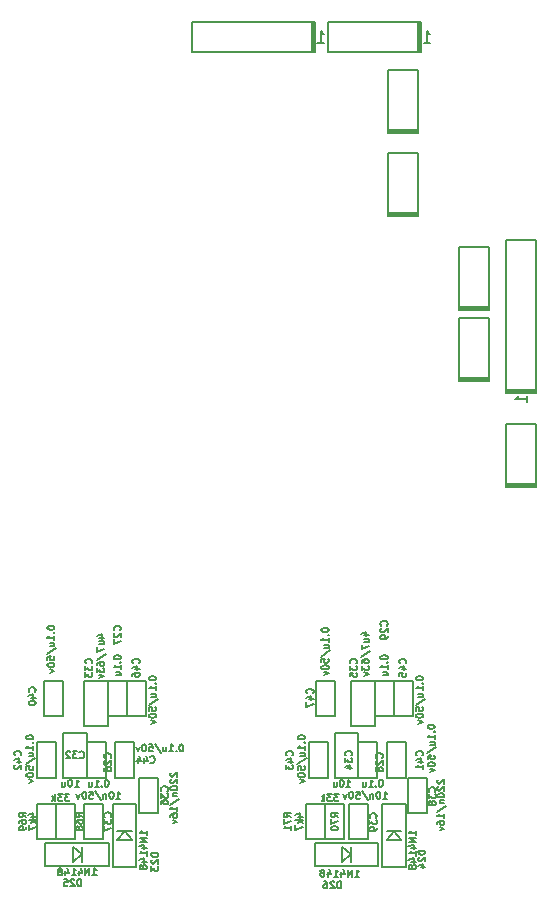
<source format=gbo>
G04 #@! TF.FileFunction,Legend,Bot*
%FSLAX46Y46*%
G04 Gerber Fmt 4.6, Leading zero omitted, Abs format (unit mm)*
G04 Created by KiCad (PCBNEW (2015-07-11 BZR 5925, Git c291b88)-product) date 17.07.2015 1:56:37*
%MOMM*%
G01*
G04 APERTURE LIST*
%ADD10C,0.150000*%
%ADD11C,0.200660*%
G04 APERTURE END LIST*
D10*
X117000000Y-100100000D02*
X117800000Y-100100000D01*
X117800000Y-100100000D02*
X117800000Y-97100000D01*
X117800000Y-97100000D02*
X116200000Y-97100000D01*
X116200000Y-97100000D02*
X116200000Y-100100000D01*
X116200000Y-100100000D02*
X117000000Y-100100000D01*
X118800000Y-91900000D02*
X118000000Y-91900000D01*
X118000000Y-91900000D02*
X118000000Y-94900000D01*
X118000000Y-94900000D02*
X119600000Y-94900000D01*
X119600000Y-94900000D02*
X119600000Y-91900000D01*
X119600000Y-91900000D02*
X118800000Y-91900000D01*
X140000000Y-100100000D02*
X140800000Y-100100000D01*
X140800000Y-100100000D02*
X140800000Y-97100000D01*
X140800000Y-97100000D02*
X139200000Y-97100000D01*
X139200000Y-97100000D02*
X139200000Y-100100000D01*
X139200000Y-100100000D02*
X140000000Y-100100000D01*
X141400000Y-91900000D02*
X140600000Y-91900000D01*
X140600000Y-91900000D02*
X140600000Y-94900000D01*
X140600000Y-94900000D02*
X142200000Y-94900000D01*
X142200000Y-94900000D02*
X142200000Y-91900000D01*
X142200000Y-91900000D02*
X141400000Y-91900000D01*
X116200000Y-100100000D02*
X116200000Y-96300000D01*
X116200000Y-96300000D02*
X114200000Y-96300000D01*
X114200000Y-96300000D02*
X114200000Y-100100000D01*
X114200000Y-100100000D02*
X116200000Y-100100000D01*
X116000000Y-91900000D02*
X116000000Y-95700000D01*
X116000000Y-95700000D02*
X118000000Y-95700000D01*
X118000000Y-95700000D02*
X118000000Y-91900000D01*
X118000000Y-91900000D02*
X116000000Y-91900000D01*
X139200000Y-100100000D02*
X139200000Y-96300000D01*
X139200000Y-96300000D02*
X137200000Y-96300000D01*
X137200000Y-96300000D02*
X137200000Y-100100000D01*
X137200000Y-100100000D02*
X139200000Y-100100000D01*
X138600000Y-91900000D02*
X138600000Y-95700000D01*
X138600000Y-95700000D02*
X140600000Y-95700000D01*
X140600000Y-95700000D02*
X140600000Y-91900000D01*
X140600000Y-91900000D02*
X138600000Y-91900000D01*
X121400000Y-103100000D02*
X122200000Y-103100000D01*
X122200000Y-103100000D02*
X122200000Y-100100000D01*
X122200000Y-100100000D02*
X120600000Y-100100000D01*
X120600000Y-100100000D02*
X120600000Y-103100000D01*
X120600000Y-103100000D02*
X121400000Y-103100000D01*
X116800000Y-105300000D02*
X117600000Y-105300000D01*
X117600000Y-105300000D02*
X117600000Y-102300000D01*
X117600000Y-102300000D02*
X116000000Y-102300000D01*
X116000000Y-102300000D02*
X116000000Y-105300000D01*
X116000000Y-105300000D02*
X116800000Y-105300000D01*
X144200000Y-103100000D02*
X145000000Y-103100000D01*
X145000000Y-103100000D02*
X145000000Y-100100000D01*
X145000000Y-100100000D02*
X143400000Y-100100000D01*
X143400000Y-100100000D02*
X143400000Y-103100000D01*
X143400000Y-103100000D02*
X144200000Y-103100000D01*
X139200000Y-105300000D02*
X140000000Y-105300000D01*
X140000000Y-105300000D02*
X140000000Y-102300000D01*
X140000000Y-102300000D02*
X138400000Y-102300000D01*
X138400000Y-102300000D02*
X138400000Y-105300000D01*
X138400000Y-105300000D02*
X139200000Y-105300000D01*
X113400000Y-91900000D02*
X112600000Y-91900000D01*
X112600000Y-91900000D02*
X112600000Y-94900000D01*
X112600000Y-94900000D02*
X114200000Y-94900000D01*
X114200000Y-94900000D02*
X114200000Y-91900000D01*
X114200000Y-91900000D02*
X113400000Y-91900000D01*
X142400000Y-100100000D02*
X143200000Y-100100000D01*
X143200000Y-100100000D02*
X143200000Y-97100000D01*
X143200000Y-97100000D02*
X141600000Y-97100000D01*
X141600000Y-97100000D02*
X141600000Y-100100000D01*
X141600000Y-100100000D02*
X142400000Y-100100000D01*
X112800000Y-100100000D02*
X113600000Y-100100000D01*
X113600000Y-100100000D02*
X113600000Y-97100000D01*
X113600000Y-97100000D02*
X112000000Y-97100000D01*
X112000000Y-97100000D02*
X112000000Y-100100000D01*
X112000000Y-100100000D02*
X112800000Y-100100000D01*
X135800000Y-100100000D02*
X136600000Y-100100000D01*
X136600000Y-100100000D02*
X136600000Y-97100000D01*
X136600000Y-97100000D02*
X135000000Y-97100000D01*
X135000000Y-97100000D02*
X135000000Y-100100000D01*
X135000000Y-100100000D02*
X135800000Y-100100000D01*
X119400000Y-100100000D02*
X120200000Y-100100000D01*
X120200000Y-100100000D02*
X120200000Y-97100000D01*
X120200000Y-97100000D02*
X118600000Y-97100000D01*
X118600000Y-97100000D02*
X118600000Y-100100000D01*
X118600000Y-100100000D02*
X119400000Y-100100000D01*
X143000000Y-91900000D02*
X142200000Y-91900000D01*
X142200000Y-91900000D02*
X142200000Y-94900000D01*
X142200000Y-94900000D02*
X143800000Y-94900000D01*
X143800000Y-94900000D02*
X143800000Y-91900000D01*
X143800000Y-91900000D02*
X143000000Y-91900000D01*
X120400000Y-91900000D02*
X119600000Y-91900000D01*
X119600000Y-91900000D02*
X119600000Y-94900000D01*
X119600000Y-94900000D02*
X121200000Y-94900000D01*
X121200000Y-94900000D02*
X121200000Y-91900000D01*
X121200000Y-91900000D02*
X120400000Y-91900000D01*
X136400000Y-91900000D02*
X135600000Y-91900000D01*
X135600000Y-91900000D02*
X135600000Y-94900000D01*
X135600000Y-94900000D02*
X137200000Y-94900000D01*
X137200000Y-94900000D02*
X137200000Y-91900000D01*
X137200000Y-91900000D02*
X136400000Y-91900000D01*
X118400000Y-102300000D02*
X118400000Y-107700000D01*
X118400000Y-107700000D02*
X120400000Y-107700000D01*
X120400000Y-107700000D02*
X120400000Y-102300000D01*
X120400000Y-102300000D02*
X118400000Y-102300000D01*
D11*
X119400000Y-104601220D02*
X118800560Y-105398780D01*
X118800560Y-105398780D02*
X119999440Y-105398780D01*
X119999440Y-105398780D02*
X119400000Y-104601220D01*
X118800560Y-104601220D02*
X119999440Y-104601220D01*
D10*
X141200000Y-102300000D02*
X141200000Y-107700000D01*
X141200000Y-107700000D02*
X143200000Y-107700000D01*
X143200000Y-107700000D02*
X143200000Y-102300000D01*
X143200000Y-102300000D02*
X141200000Y-102300000D01*
D11*
X142200000Y-104601220D02*
X141600560Y-105398780D01*
X141600560Y-105398780D02*
X142799440Y-105398780D01*
X142799440Y-105398780D02*
X142200000Y-104601220D01*
X141600560Y-104601220D02*
X142799440Y-104601220D01*
D10*
X118100000Y-105600000D02*
X112700000Y-105600000D01*
X112700000Y-105600000D02*
X112700000Y-107600000D01*
X112700000Y-107600000D02*
X118100000Y-107600000D01*
X118100000Y-107600000D02*
X118100000Y-105600000D01*
D11*
X115798780Y-106600000D02*
X115001220Y-106000560D01*
X115001220Y-106000560D02*
X115001220Y-107199440D01*
X115001220Y-107199440D02*
X115798780Y-106600000D01*
X115798780Y-106000560D02*
X115798780Y-107199440D01*
D10*
X140900000Y-105600000D02*
X135500000Y-105600000D01*
X135500000Y-105600000D02*
X135500000Y-107600000D01*
X135500000Y-107600000D02*
X140900000Y-107600000D01*
X140900000Y-107600000D02*
X140900000Y-105600000D01*
D11*
X138598780Y-106600000D02*
X137801220Y-106000560D01*
X137801220Y-106000560D02*
X137801220Y-107199440D01*
X137801220Y-107199440D02*
X138598780Y-106600000D01*
X138598780Y-106000560D02*
X138598780Y-107199440D01*
D10*
X114400000Y-105300000D02*
X115200000Y-105300000D01*
X115200000Y-105300000D02*
X115200000Y-102300000D01*
X115200000Y-102300000D02*
X113600000Y-102300000D01*
X113600000Y-102300000D02*
X113600000Y-105300000D01*
X113600000Y-105300000D02*
X114400000Y-105300000D01*
X112800000Y-102300000D02*
X112000000Y-102300000D01*
X112000000Y-102300000D02*
X112000000Y-105300000D01*
X112000000Y-105300000D02*
X113600000Y-105300000D01*
X113600000Y-105300000D02*
X113600000Y-102300000D01*
X113600000Y-102300000D02*
X112800000Y-102300000D01*
X137200000Y-105300000D02*
X138000000Y-105300000D01*
X138000000Y-105300000D02*
X138000000Y-102300000D01*
X138000000Y-102300000D02*
X136400000Y-102300000D01*
X136400000Y-102300000D02*
X136400000Y-105300000D01*
X136400000Y-105300000D02*
X137200000Y-105300000D01*
X135600000Y-102300000D02*
X134800000Y-102300000D01*
X134800000Y-102300000D02*
X134800000Y-105300000D01*
X134800000Y-105300000D02*
X136400000Y-105300000D01*
X136400000Y-105300000D02*
X136400000Y-102300000D01*
X136400000Y-102300000D02*
X135600000Y-102300000D01*
X144397000Y-38670000D02*
X144270000Y-38670000D01*
X144524000Y-36130000D02*
X144397000Y-36130000D01*
X144270000Y-36130000D02*
X136650000Y-36130000D01*
X136650000Y-38670000D02*
X144270000Y-38670000D01*
X136650000Y-38670000D02*
X136650000Y-36130000D01*
X144524000Y-36130000D02*
X144524000Y-38670000D01*
X144524000Y-38670000D02*
X144397000Y-38670000D01*
X144397000Y-38670000D02*
X144397000Y-36130000D01*
X144397000Y-36130000D02*
X144270000Y-36130000D01*
X144270000Y-36130000D02*
X144270000Y-38670000D01*
X135524000Y-38670000D02*
X125110000Y-38670000D01*
X125110000Y-38670000D02*
X125110000Y-36130000D01*
X125110000Y-36130000D02*
X135524000Y-36130000D01*
X135524000Y-36130000D02*
X135524000Y-38670000D01*
X135524000Y-38670000D02*
X135397000Y-38670000D01*
X135397000Y-38670000D02*
X135397000Y-36130000D01*
X135397000Y-36130000D02*
X135270000Y-36130000D01*
X135270000Y-36130000D02*
X135270000Y-38670000D01*
X151730000Y-75524000D02*
X151730000Y-70190000D01*
X151730000Y-70190000D02*
X154270000Y-70190000D01*
X154270000Y-70190000D02*
X154270000Y-75524000D01*
X154270000Y-75524000D02*
X151730000Y-75524000D01*
X151730000Y-75524000D02*
X151730000Y-75397000D01*
X151730000Y-75397000D02*
X154270000Y-75397000D01*
X154270000Y-75397000D02*
X154270000Y-75270000D01*
X154270000Y-75270000D02*
X151730000Y-75270000D01*
X141730000Y-45524000D02*
X141730000Y-40190000D01*
X141730000Y-40190000D02*
X144270000Y-40190000D01*
X144270000Y-40190000D02*
X144270000Y-45524000D01*
X144270000Y-45524000D02*
X141730000Y-45524000D01*
X141730000Y-45524000D02*
X141730000Y-45397000D01*
X141730000Y-45397000D02*
X144270000Y-45397000D01*
X144270000Y-45397000D02*
X144270000Y-45270000D01*
X144270000Y-45270000D02*
X141730000Y-45270000D01*
X141730000Y-52524000D02*
X141730000Y-47190000D01*
X141730000Y-47190000D02*
X144270000Y-47190000D01*
X144270000Y-47190000D02*
X144270000Y-52524000D01*
X144270000Y-52524000D02*
X141730000Y-52524000D01*
X141730000Y-52524000D02*
X141730000Y-52397000D01*
X141730000Y-52397000D02*
X144270000Y-52397000D01*
X144270000Y-52397000D02*
X144270000Y-52270000D01*
X144270000Y-52270000D02*
X141730000Y-52270000D01*
X147730000Y-60524000D02*
X147730000Y-55190000D01*
X147730000Y-55190000D02*
X150270000Y-55190000D01*
X150270000Y-55190000D02*
X150270000Y-60524000D01*
X150270000Y-60524000D02*
X147730000Y-60524000D01*
X147730000Y-60524000D02*
X147730000Y-60397000D01*
X147730000Y-60397000D02*
X150270000Y-60397000D01*
X150270000Y-60397000D02*
X150270000Y-60270000D01*
X150270000Y-60270000D02*
X147730000Y-60270000D01*
X147730000Y-66524000D02*
X147730000Y-61190000D01*
X147730000Y-61190000D02*
X150270000Y-61190000D01*
X150270000Y-61190000D02*
X150270000Y-66524000D01*
X150270000Y-66524000D02*
X147730000Y-66524000D01*
X147730000Y-66524000D02*
X147730000Y-66397000D01*
X147730000Y-66397000D02*
X150270000Y-66397000D01*
X150270000Y-66397000D02*
X150270000Y-66270000D01*
X150270000Y-66270000D02*
X147730000Y-66270000D01*
X154270000Y-57110000D02*
X154270000Y-54570000D01*
X154270000Y-54570000D02*
X151730000Y-54570000D01*
X151730000Y-54570000D02*
X151730000Y-57110000D01*
X151730000Y-67524000D02*
X151730000Y-57110000D01*
X154270000Y-57110000D02*
X154270000Y-67524000D01*
X154270000Y-67524000D02*
X151730000Y-67524000D01*
X151730000Y-67524000D02*
X151730000Y-67397000D01*
X151730000Y-67397000D02*
X154270000Y-67397000D01*
X154270000Y-67397000D02*
X154270000Y-67270000D01*
X154270000Y-67270000D02*
X151730000Y-67270000D01*
X118214286Y-98414285D02*
X118242857Y-98385714D01*
X118271429Y-98300000D01*
X118271429Y-98242857D01*
X118242857Y-98157142D01*
X118185714Y-98100000D01*
X118128571Y-98071428D01*
X118014286Y-98042857D01*
X117928571Y-98042857D01*
X117814286Y-98071428D01*
X117757143Y-98100000D01*
X117700000Y-98157142D01*
X117671429Y-98242857D01*
X117671429Y-98300000D01*
X117700000Y-98385714D01*
X117728571Y-98414285D01*
X117728571Y-98642857D02*
X117700000Y-98671428D01*
X117671429Y-98728571D01*
X117671429Y-98871428D01*
X117700000Y-98928571D01*
X117728571Y-98957142D01*
X117785714Y-98985714D01*
X117842857Y-98985714D01*
X117928571Y-98957142D01*
X118271429Y-98614285D01*
X118271429Y-98985714D01*
X117671429Y-99500000D02*
X117671429Y-99385714D01*
X117700000Y-99328571D01*
X117728571Y-99300000D01*
X117814286Y-99242857D01*
X117928571Y-99214286D01*
X118157143Y-99214286D01*
X118214286Y-99242857D01*
X118242857Y-99271429D01*
X118271429Y-99328571D01*
X118271429Y-99442857D01*
X118242857Y-99500000D01*
X118214286Y-99528571D01*
X118157143Y-99557143D01*
X118014286Y-99557143D01*
X117957143Y-99528571D01*
X117928571Y-99500000D01*
X117900000Y-99442857D01*
X117900000Y-99328571D01*
X117928571Y-99271429D01*
X117957143Y-99242857D01*
X118014286Y-99214286D01*
X117928571Y-100271429D02*
X117871428Y-100271429D01*
X117814285Y-100300000D01*
X117785714Y-100328571D01*
X117757143Y-100385714D01*
X117728571Y-100500000D01*
X117728571Y-100642857D01*
X117757143Y-100757143D01*
X117785714Y-100814286D01*
X117814285Y-100842857D01*
X117871428Y-100871429D01*
X117928571Y-100871429D01*
X117985714Y-100842857D01*
X118014285Y-100814286D01*
X118042857Y-100757143D01*
X118071428Y-100642857D01*
X118071428Y-100500000D01*
X118042857Y-100385714D01*
X118014285Y-100328571D01*
X117985714Y-100300000D01*
X117928571Y-100271429D01*
X117471428Y-100814286D02*
X117442856Y-100842857D01*
X117471428Y-100871429D01*
X117499999Y-100842857D01*
X117471428Y-100814286D01*
X117471428Y-100871429D01*
X116871428Y-100871429D02*
X117214285Y-100871429D01*
X117042857Y-100871429D02*
X117042857Y-100271429D01*
X117100000Y-100357143D01*
X117157142Y-100414286D01*
X117214285Y-100442857D01*
X116357142Y-100471429D02*
X116357142Y-100871429D01*
X116614285Y-100471429D02*
X116614285Y-100785714D01*
X116585713Y-100842857D01*
X116528571Y-100871429D01*
X116442856Y-100871429D01*
X116385713Y-100842857D01*
X116357142Y-100814286D01*
X119014286Y-87614285D02*
X119042857Y-87585714D01*
X119071429Y-87500000D01*
X119071429Y-87442857D01*
X119042857Y-87357142D01*
X118985714Y-87300000D01*
X118928571Y-87271428D01*
X118814286Y-87242857D01*
X118728571Y-87242857D01*
X118614286Y-87271428D01*
X118557143Y-87300000D01*
X118500000Y-87357142D01*
X118471429Y-87442857D01*
X118471429Y-87500000D01*
X118500000Y-87585714D01*
X118528571Y-87614285D01*
X118528571Y-87842857D02*
X118500000Y-87871428D01*
X118471429Y-87928571D01*
X118471429Y-88071428D01*
X118500000Y-88128571D01*
X118528571Y-88157142D01*
X118585714Y-88185714D01*
X118642857Y-88185714D01*
X118728571Y-88157142D01*
X119071429Y-87814285D01*
X119071429Y-88185714D01*
X118471429Y-88385714D02*
X118471429Y-88785714D01*
X119071429Y-88528571D01*
X118471429Y-89871429D02*
X118471429Y-89928572D01*
X118500000Y-89985715D01*
X118528571Y-90014286D01*
X118585714Y-90042857D01*
X118700000Y-90071429D01*
X118842857Y-90071429D01*
X118957143Y-90042857D01*
X119014286Y-90014286D01*
X119042857Y-89985715D01*
X119071429Y-89928572D01*
X119071429Y-89871429D01*
X119042857Y-89814286D01*
X119014286Y-89785715D01*
X118957143Y-89757143D01*
X118842857Y-89728572D01*
X118700000Y-89728572D01*
X118585714Y-89757143D01*
X118528571Y-89785715D01*
X118500000Y-89814286D01*
X118471429Y-89871429D01*
X119014286Y-90328572D02*
X119042857Y-90357144D01*
X119071429Y-90328572D01*
X119042857Y-90300001D01*
X119014286Y-90328572D01*
X119071429Y-90328572D01*
X119071429Y-90928572D02*
X119071429Y-90585715D01*
X119071429Y-90757143D02*
X118471429Y-90757143D01*
X118557143Y-90700000D01*
X118614286Y-90642858D01*
X118642857Y-90585715D01*
X118671429Y-91442858D02*
X119071429Y-91442858D01*
X118671429Y-91185715D02*
X118985714Y-91185715D01*
X119042857Y-91214287D01*
X119071429Y-91271429D01*
X119071429Y-91357144D01*
X119042857Y-91414287D01*
X119014286Y-91442858D01*
X141214286Y-98414285D02*
X141242857Y-98385714D01*
X141271429Y-98300000D01*
X141271429Y-98242857D01*
X141242857Y-98157142D01*
X141185714Y-98100000D01*
X141128571Y-98071428D01*
X141014286Y-98042857D01*
X140928571Y-98042857D01*
X140814286Y-98071428D01*
X140757143Y-98100000D01*
X140700000Y-98157142D01*
X140671429Y-98242857D01*
X140671429Y-98300000D01*
X140700000Y-98385714D01*
X140728571Y-98414285D01*
X140728571Y-98642857D02*
X140700000Y-98671428D01*
X140671429Y-98728571D01*
X140671429Y-98871428D01*
X140700000Y-98928571D01*
X140728571Y-98957142D01*
X140785714Y-98985714D01*
X140842857Y-98985714D01*
X140928571Y-98957142D01*
X141271429Y-98614285D01*
X141271429Y-98985714D01*
X140928571Y-99328571D02*
X140900000Y-99271429D01*
X140871429Y-99242857D01*
X140814286Y-99214286D01*
X140785714Y-99214286D01*
X140728571Y-99242857D01*
X140700000Y-99271429D01*
X140671429Y-99328571D01*
X140671429Y-99442857D01*
X140700000Y-99500000D01*
X140728571Y-99528571D01*
X140785714Y-99557143D01*
X140814286Y-99557143D01*
X140871429Y-99528571D01*
X140900000Y-99500000D01*
X140928571Y-99442857D01*
X140928571Y-99328571D01*
X140957143Y-99271429D01*
X140985714Y-99242857D01*
X141042857Y-99214286D01*
X141157143Y-99214286D01*
X141214286Y-99242857D01*
X141242857Y-99271429D01*
X141271429Y-99328571D01*
X141271429Y-99442857D01*
X141242857Y-99500000D01*
X141214286Y-99528571D01*
X141157143Y-99557143D01*
X141042857Y-99557143D01*
X140985714Y-99528571D01*
X140957143Y-99500000D01*
X140928571Y-99442857D01*
X141128571Y-100271429D02*
X141071428Y-100271429D01*
X141014285Y-100300000D01*
X140985714Y-100328571D01*
X140957143Y-100385714D01*
X140928571Y-100500000D01*
X140928571Y-100642857D01*
X140957143Y-100757143D01*
X140985714Y-100814286D01*
X141014285Y-100842857D01*
X141071428Y-100871429D01*
X141128571Y-100871429D01*
X141185714Y-100842857D01*
X141214285Y-100814286D01*
X141242857Y-100757143D01*
X141271428Y-100642857D01*
X141271428Y-100500000D01*
X141242857Y-100385714D01*
X141214285Y-100328571D01*
X141185714Y-100300000D01*
X141128571Y-100271429D01*
X140671428Y-100814286D02*
X140642856Y-100842857D01*
X140671428Y-100871429D01*
X140699999Y-100842857D01*
X140671428Y-100814286D01*
X140671428Y-100871429D01*
X140071428Y-100871429D02*
X140414285Y-100871429D01*
X140242857Y-100871429D02*
X140242857Y-100271429D01*
X140300000Y-100357143D01*
X140357142Y-100414286D01*
X140414285Y-100442857D01*
X139557142Y-100471429D02*
X139557142Y-100871429D01*
X139814285Y-100471429D02*
X139814285Y-100785714D01*
X139785713Y-100842857D01*
X139728571Y-100871429D01*
X139642856Y-100871429D01*
X139585713Y-100842857D01*
X139557142Y-100814286D01*
X141614286Y-87214285D02*
X141642857Y-87185714D01*
X141671429Y-87100000D01*
X141671429Y-87042857D01*
X141642857Y-86957142D01*
X141585714Y-86900000D01*
X141528571Y-86871428D01*
X141414286Y-86842857D01*
X141328571Y-86842857D01*
X141214286Y-86871428D01*
X141157143Y-86900000D01*
X141100000Y-86957142D01*
X141071429Y-87042857D01*
X141071429Y-87100000D01*
X141100000Y-87185714D01*
X141128571Y-87214285D01*
X141128571Y-87442857D02*
X141100000Y-87471428D01*
X141071429Y-87528571D01*
X141071429Y-87671428D01*
X141100000Y-87728571D01*
X141128571Y-87757142D01*
X141185714Y-87785714D01*
X141242857Y-87785714D01*
X141328571Y-87757142D01*
X141671429Y-87414285D01*
X141671429Y-87785714D01*
X141671429Y-88071429D02*
X141671429Y-88185714D01*
X141642857Y-88242857D01*
X141614286Y-88271429D01*
X141528571Y-88328571D01*
X141414286Y-88357143D01*
X141185714Y-88357143D01*
X141128571Y-88328571D01*
X141100000Y-88300000D01*
X141071429Y-88242857D01*
X141071429Y-88128571D01*
X141100000Y-88071429D01*
X141128571Y-88042857D01*
X141185714Y-88014286D01*
X141328571Y-88014286D01*
X141385714Y-88042857D01*
X141414286Y-88071429D01*
X141442857Y-88128571D01*
X141442857Y-88242857D01*
X141414286Y-88300000D01*
X141385714Y-88328571D01*
X141328571Y-88357143D01*
X141071429Y-89871429D02*
X141071429Y-89928572D01*
X141100000Y-89985715D01*
X141128571Y-90014286D01*
X141185714Y-90042857D01*
X141300000Y-90071429D01*
X141442857Y-90071429D01*
X141557143Y-90042857D01*
X141614286Y-90014286D01*
X141642857Y-89985715D01*
X141671429Y-89928572D01*
X141671429Y-89871429D01*
X141642857Y-89814286D01*
X141614286Y-89785715D01*
X141557143Y-89757143D01*
X141442857Y-89728572D01*
X141300000Y-89728572D01*
X141185714Y-89757143D01*
X141128571Y-89785715D01*
X141100000Y-89814286D01*
X141071429Y-89871429D01*
X141614286Y-90328572D02*
X141642857Y-90357144D01*
X141671429Y-90328572D01*
X141642857Y-90300001D01*
X141614286Y-90328572D01*
X141671429Y-90328572D01*
X141671429Y-90928572D02*
X141671429Y-90585715D01*
X141671429Y-90757143D02*
X141071429Y-90757143D01*
X141157143Y-90700000D01*
X141214286Y-90642858D01*
X141242857Y-90585715D01*
X141271429Y-91442858D02*
X141671429Y-91442858D01*
X141271429Y-91185715D02*
X141585714Y-91185715D01*
X141642857Y-91214287D01*
X141671429Y-91271429D01*
X141671429Y-91357144D01*
X141642857Y-91414287D01*
X141614286Y-91442858D01*
X115585715Y-98414286D02*
X115614286Y-98442857D01*
X115700000Y-98471429D01*
X115757143Y-98471429D01*
X115842858Y-98442857D01*
X115900000Y-98385714D01*
X115928572Y-98328571D01*
X115957143Y-98214286D01*
X115957143Y-98128571D01*
X115928572Y-98014286D01*
X115900000Y-97957143D01*
X115842858Y-97900000D01*
X115757143Y-97871429D01*
X115700000Y-97871429D01*
X115614286Y-97900000D01*
X115585715Y-97928571D01*
X115385715Y-97871429D02*
X115014286Y-97871429D01*
X115214286Y-98100000D01*
X115128572Y-98100000D01*
X115071429Y-98128571D01*
X115042858Y-98157143D01*
X115014286Y-98214286D01*
X115014286Y-98357143D01*
X115042858Y-98414286D01*
X115071429Y-98442857D01*
X115128572Y-98471429D01*
X115300000Y-98471429D01*
X115357143Y-98442857D01*
X115385715Y-98414286D01*
X114785714Y-97928571D02*
X114757143Y-97900000D01*
X114700000Y-97871429D01*
X114557143Y-97871429D01*
X114500000Y-97900000D01*
X114471429Y-97928571D01*
X114442857Y-97985714D01*
X114442857Y-98042857D01*
X114471429Y-98128571D01*
X114814286Y-98471429D01*
X114442857Y-98471429D01*
X115185714Y-100871429D02*
X115528571Y-100871429D01*
X115357143Y-100871429D02*
X115357143Y-100271429D01*
X115414286Y-100357143D01*
X115471428Y-100414286D01*
X115528571Y-100442857D01*
X114814285Y-100271429D02*
X114757142Y-100271429D01*
X114699999Y-100300000D01*
X114671428Y-100328571D01*
X114642857Y-100385714D01*
X114614285Y-100500000D01*
X114614285Y-100642857D01*
X114642857Y-100757143D01*
X114671428Y-100814286D01*
X114699999Y-100842857D01*
X114757142Y-100871429D01*
X114814285Y-100871429D01*
X114871428Y-100842857D01*
X114899999Y-100814286D01*
X114928571Y-100757143D01*
X114957142Y-100642857D01*
X114957142Y-100500000D01*
X114928571Y-100385714D01*
X114899999Y-100328571D01*
X114871428Y-100300000D01*
X114814285Y-100271429D01*
X114099999Y-100471429D02*
X114099999Y-100871429D01*
X114357142Y-100471429D02*
X114357142Y-100785714D01*
X114328570Y-100842857D01*
X114271428Y-100871429D01*
X114185713Y-100871429D01*
X114128570Y-100842857D01*
X114099999Y-100814286D01*
X116614286Y-90414285D02*
X116642857Y-90385714D01*
X116671429Y-90300000D01*
X116671429Y-90242857D01*
X116642857Y-90157142D01*
X116585714Y-90100000D01*
X116528571Y-90071428D01*
X116414286Y-90042857D01*
X116328571Y-90042857D01*
X116214286Y-90071428D01*
X116157143Y-90100000D01*
X116100000Y-90157142D01*
X116071429Y-90242857D01*
X116071429Y-90300000D01*
X116100000Y-90385714D01*
X116128571Y-90414285D01*
X116071429Y-90614285D02*
X116071429Y-90985714D01*
X116300000Y-90785714D01*
X116300000Y-90871428D01*
X116328571Y-90928571D01*
X116357143Y-90957142D01*
X116414286Y-90985714D01*
X116557143Y-90985714D01*
X116614286Y-90957142D01*
X116642857Y-90928571D01*
X116671429Y-90871428D01*
X116671429Y-90700000D01*
X116642857Y-90642857D01*
X116614286Y-90614285D01*
X116071429Y-91185714D02*
X116071429Y-91557143D01*
X116300000Y-91357143D01*
X116300000Y-91442857D01*
X116328571Y-91500000D01*
X116357143Y-91528571D01*
X116414286Y-91557143D01*
X116557143Y-91557143D01*
X116614286Y-91528571D01*
X116642857Y-91500000D01*
X116671429Y-91442857D01*
X116671429Y-91271429D01*
X116642857Y-91214286D01*
X116614286Y-91185714D01*
X117271429Y-88242857D02*
X117671429Y-88242857D01*
X117042857Y-88100000D02*
X117471429Y-87957143D01*
X117471429Y-88328571D01*
X117271429Y-88814286D02*
X117671429Y-88814286D01*
X117271429Y-88557143D02*
X117585714Y-88557143D01*
X117642857Y-88585715D01*
X117671429Y-88642857D01*
X117671429Y-88728572D01*
X117642857Y-88785715D01*
X117614286Y-88814286D01*
X117071429Y-89042857D02*
X117071429Y-89442857D01*
X117671429Y-89185714D01*
X117042857Y-90100001D02*
X117814286Y-89585715D01*
X117071429Y-90557143D02*
X117071429Y-90442857D01*
X117100000Y-90385714D01*
X117128571Y-90357143D01*
X117214286Y-90300000D01*
X117328571Y-90271429D01*
X117557143Y-90271429D01*
X117614286Y-90300000D01*
X117642857Y-90328572D01*
X117671429Y-90385714D01*
X117671429Y-90500000D01*
X117642857Y-90557143D01*
X117614286Y-90585714D01*
X117557143Y-90614286D01*
X117414286Y-90614286D01*
X117357143Y-90585714D01*
X117328571Y-90557143D01*
X117300000Y-90500000D01*
X117300000Y-90385714D01*
X117328571Y-90328572D01*
X117357143Y-90300000D01*
X117414286Y-90271429D01*
X117071429Y-90814286D02*
X117071429Y-91185715D01*
X117300000Y-90985715D01*
X117300000Y-91071429D01*
X117328571Y-91128572D01*
X117357143Y-91157143D01*
X117414286Y-91185715D01*
X117557143Y-91185715D01*
X117614286Y-91157143D01*
X117642857Y-91128572D01*
X117671429Y-91071429D01*
X117671429Y-90900001D01*
X117642857Y-90842858D01*
X117614286Y-90814286D01*
X117271429Y-91385715D02*
X117671429Y-91528572D01*
X117271429Y-91671430D01*
X138614286Y-98214285D02*
X138642857Y-98185714D01*
X138671429Y-98100000D01*
X138671429Y-98042857D01*
X138642857Y-97957142D01*
X138585714Y-97900000D01*
X138528571Y-97871428D01*
X138414286Y-97842857D01*
X138328571Y-97842857D01*
X138214286Y-97871428D01*
X138157143Y-97900000D01*
X138100000Y-97957142D01*
X138071429Y-98042857D01*
X138071429Y-98100000D01*
X138100000Y-98185714D01*
X138128571Y-98214285D01*
X138071429Y-98414285D02*
X138071429Y-98785714D01*
X138300000Y-98585714D01*
X138300000Y-98671428D01*
X138328571Y-98728571D01*
X138357143Y-98757142D01*
X138414286Y-98785714D01*
X138557143Y-98785714D01*
X138614286Y-98757142D01*
X138642857Y-98728571D01*
X138671429Y-98671428D01*
X138671429Y-98500000D01*
X138642857Y-98442857D01*
X138614286Y-98414285D01*
X138271429Y-99300000D02*
X138671429Y-99300000D01*
X138042857Y-99157143D02*
X138471429Y-99014286D01*
X138471429Y-99385714D01*
X138185714Y-100871429D02*
X138528571Y-100871429D01*
X138357143Y-100871429D02*
X138357143Y-100271429D01*
X138414286Y-100357143D01*
X138471428Y-100414286D01*
X138528571Y-100442857D01*
X137814285Y-100271429D02*
X137757142Y-100271429D01*
X137699999Y-100300000D01*
X137671428Y-100328571D01*
X137642857Y-100385714D01*
X137614285Y-100500000D01*
X137614285Y-100642857D01*
X137642857Y-100757143D01*
X137671428Y-100814286D01*
X137699999Y-100842857D01*
X137757142Y-100871429D01*
X137814285Y-100871429D01*
X137871428Y-100842857D01*
X137899999Y-100814286D01*
X137928571Y-100757143D01*
X137957142Y-100642857D01*
X137957142Y-100500000D01*
X137928571Y-100385714D01*
X137899999Y-100328571D01*
X137871428Y-100300000D01*
X137814285Y-100271429D01*
X137099999Y-100471429D02*
X137099999Y-100871429D01*
X137357142Y-100471429D02*
X137357142Y-100785714D01*
X137328570Y-100842857D01*
X137271428Y-100871429D01*
X137185713Y-100871429D01*
X137128570Y-100842857D01*
X137099999Y-100814286D01*
X139014286Y-90414285D02*
X139042857Y-90385714D01*
X139071429Y-90300000D01*
X139071429Y-90242857D01*
X139042857Y-90157142D01*
X138985714Y-90100000D01*
X138928571Y-90071428D01*
X138814286Y-90042857D01*
X138728571Y-90042857D01*
X138614286Y-90071428D01*
X138557143Y-90100000D01*
X138500000Y-90157142D01*
X138471429Y-90242857D01*
X138471429Y-90300000D01*
X138500000Y-90385714D01*
X138528571Y-90414285D01*
X138471429Y-90614285D02*
X138471429Y-90985714D01*
X138700000Y-90785714D01*
X138700000Y-90871428D01*
X138728571Y-90928571D01*
X138757143Y-90957142D01*
X138814286Y-90985714D01*
X138957143Y-90985714D01*
X139014286Y-90957142D01*
X139042857Y-90928571D01*
X139071429Y-90871428D01*
X139071429Y-90700000D01*
X139042857Y-90642857D01*
X139014286Y-90614285D01*
X138471429Y-91528571D02*
X138471429Y-91242857D01*
X138757143Y-91214286D01*
X138728571Y-91242857D01*
X138700000Y-91300000D01*
X138700000Y-91442857D01*
X138728571Y-91500000D01*
X138757143Y-91528571D01*
X138814286Y-91557143D01*
X138957143Y-91557143D01*
X139014286Y-91528571D01*
X139042857Y-91500000D01*
X139071429Y-91442857D01*
X139071429Y-91300000D01*
X139042857Y-91242857D01*
X139014286Y-91214286D01*
X139671429Y-88042857D02*
X140071429Y-88042857D01*
X139442857Y-87900000D02*
X139871429Y-87757143D01*
X139871429Y-88128571D01*
X139671429Y-88614286D02*
X140071429Y-88614286D01*
X139671429Y-88357143D02*
X139985714Y-88357143D01*
X140042857Y-88385715D01*
X140071429Y-88442857D01*
X140071429Y-88528572D01*
X140042857Y-88585715D01*
X140014286Y-88614286D01*
X139471429Y-88842857D02*
X139471429Y-89242857D01*
X140071429Y-88985714D01*
X139442857Y-89900001D02*
X140214286Y-89385715D01*
X139471429Y-90357143D02*
X139471429Y-90242857D01*
X139500000Y-90185714D01*
X139528571Y-90157143D01*
X139614286Y-90100000D01*
X139728571Y-90071429D01*
X139957143Y-90071429D01*
X140014286Y-90100000D01*
X140042857Y-90128572D01*
X140071429Y-90185714D01*
X140071429Y-90300000D01*
X140042857Y-90357143D01*
X140014286Y-90385714D01*
X139957143Y-90414286D01*
X139814286Y-90414286D01*
X139757143Y-90385714D01*
X139728571Y-90357143D01*
X139700000Y-90300000D01*
X139700000Y-90185714D01*
X139728571Y-90128572D01*
X139757143Y-90100000D01*
X139814286Y-90071429D01*
X139471429Y-90614286D02*
X139471429Y-90985715D01*
X139700000Y-90785715D01*
X139700000Y-90871429D01*
X139728571Y-90928572D01*
X139757143Y-90957143D01*
X139814286Y-90985715D01*
X139957143Y-90985715D01*
X140014286Y-90957143D01*
X140042857Y-90928572D01*
X140071429Y-90871429D01*
X140071429Y-90700001D01*
X140042857Y-90642858D01*
X140014286Y-90614286D01*
X139671429Y-91185715D02*
X140071429Y-91328572D01*
X139671429Y-91471430D01*
X123014286Y-101214285D02*
X123042857Y-101185714D01*
X123071429Y-101100000D01*
X123071429Y-101042857D01*
X123042857Y-100957142D01*
X122985714Y-100900000D01*
X122928571Y-100871428D01*
X122814286Y-100842857D01*
X122728571Y-100842857D01*
X122614286Y-100871428D01*
X122557143Y-100900000D01*
X122500000Y-100957142D01*
X122471429Y-101042857D01*
X122471429Y-101100000D01*
X122500000Y-101185714D01*
X122528571Y-101214285D01*
X122471429Y-101414285D02*
X122471429Y-101785714D01*
X122700000Y-101585714D01*
X122700000Y-101671428D01*
X122728571Y-101728571D01*
X122757143Y-101757142D01*
X122814286Y-101785714D01*
X122957143Y-101785714D01*
X123014286Y-101757142D01*
X123042857Y-101728571D01*
X123071429Y-101671428D01*
X123071429Y-101500000D01*
X123042857Y-101442857D01*
X123014286Y-101414285D01*
X122471429Y-102300000D02*
X122471429Y-102185714D01*
X122500000Y-102128571D01*
X122528571Y-102100000D01*
X122614286Y-102042857D01*
X122728571Y-102014286D01*
X122957143Y-102014286D01*
X123014286Y-102042857D01*
X123042857Y-102071429D01*
X123071429Y-102128571D01*
X123071429Y-102242857D01*
X123042857Y-102300000D01*
X123014286Y-102328571D01*
X122957143Y-102357143D01*
X122814286Y-102357143D01*
X122757143Y-102328571D01*
X122728571Y-102300000D01*
X122700000Y-102242857D01*
X122700000Y-102128571D01*
X122728571Y-102071429D01*
X122757143Y-102042857D01*
X122814286Y-102014286D01*
X123328571Y-99671428D02*
X123300000Y-99699999D01*
X123271429Y-99757142D01*
X123271429Y-99899999D01*
X123300000Y-99957142D01*
X123328571Y-99985713D01*
X123385714Y-100014285D01*
X123442857Y-100014285D01*
X123528571Y-99985713D01*
X123871429Y-99642856D01*
X123871429Y-100014285D01*
X123328571Y-100242857D02*
X123300000Y-100271428D01*
X123271429Y-100328571D01*
X123271429Y-100471428D01*
X123300000Y-100528571D01*
X123328571Y-100557142D01*
X123385714Y-100585714D01*
X123442857Y-100585714D01*
X123528571Y-100557142D01*
X123871429Y-100214285D01*
X123871429Y-100585714D01*
X123271429Y-100957143D02*
X123271429Y-101014286D01*
X123300000Y-101071429D01*
X123328571Y-101100000D01*
X123385714Y-101128571D01*
X123500000Y-101157143D01*
X123642857Y-101157143D01*
X123757143Y-101128571D01*
X123814286Y-101100000D01*
X123842857Y-101071429D01*
X123871429Y-101014286D01*
X123871429Y-100957143D01*
X123842857Y-100900000D01*
X123814286Y-100871429D01*
X123757143Y-100842857D01*
X123642857Y-100814286D01*
X123500000Y-100814286D01*
X123385714Y-100842857D01*
X123328571Y-100871429D01*
X123300000Y-100900000D01*
X123271429Y-100957143D01*
X123471429Y-101414286D02*
X123871429Y-101414286D01*
X123528571Y-101414286D02*
X123500000Y-101442858D01*
X123471429Y-101500000D01*
X123471429Y-101585715D01*
X123500000Y-101642858D01*
X123557143Y-101671429D01*
X123871429Y-101671429D01*
X123242857Y-102385715D02*
X124014286Y-101871429D01*
X123871429Y-102900000D02*
X123871429Y-102557143D01*
X123871429Y-102728571D02*
X123271429Y-102728571D01*
X123357143Y-102671428D01*
X123414286Y-102614286D01*
X123442857Y-102557143D01*
X123271429Y-103414286D02*
X123271429Y-103300000D01*
X123300000Y-103242857D01*
X123328571Y-103214286D01*
X123414286Y-103157143D01*
X123528571Y-103128572D01*
X123757143Y-103128572D01*
X123814286Y-103157143D01*
X123842857Y-103185715D01*
X123871429Y-103242857D01*
X123871429Y-103357143D01*
X123842857Y-103414286D01*
X123814286Y-103442857D01*
X123757143Y-103471429D01*
X123614286Y-103471429D01*
X123557143Y-103442857D01*
X123528571Y-103414286D01*
X123500000Y-103357143D01*
X123500000Y-103242857D01*
X123528571Y-103185715D01*
X123557143Y-103157143D01*
X123614286Y-103128572D01*
X123471429Y-103671429D02*
X123871429Y-103814286D01*
X123471429Y-103957144D01*
X118214286Y-103414285D02*
X118242857Y-103385714D01*
X118271429Y-103300000D01*
X118271429Y-103242857D01*
X118242857Y-103157142D01*
X118185714Y-103100000D01*
X118128571Y-103071428D01*
X118014286Y-103042857D01*
X117928571Y-103042857D01*
X117814286Y-103071428D01*
X117757143Y-103100000D01*
X117700000Y-103157142D01*
X117671429Y-103242857D01*
X117671429Y-103300000D01*
X117700000Y-103385714D01*
X117728571Y-103414285D01*
X117671429Y-103614285D02*
X117671429Y-103985714D01*
X117900000Y-103785714D01*
X117900000Y-103871428D01*
X117928571Y-103928571D01*
X117957143Y-103957142D01*
X118014286Y-103985714D01*
X118157143Y-103985714D01*
X118214286Y-103957142D01*
X118242857Y-103928571D01*
X118271429Y-103871428D01*
X118271429Y-103700000D01*
X118242857Y-103642857D01*
X118214286Y-103614285D01*
X117671429Y-104185714D02*
X117671429Y-104585714D01*
X118271429Y-104328571D01*
X118700000Y-101871429D02*
X119042857Y-101871429D01*
X118871429Y-101871429D02*
X118871429Y-101271429D01*
X118928572Y-101357143D01*
X118985714Y-101414286D01*
X119042857Y-101442857D01*
X118328571Y-101271429D02*
X118271428Y-101271429D01*
X118214285Y-101300000D01*
X118185714Y-101328571D01*
X118157143Y-101385714D01*
X118128571Y-101500000D01*
X118128571Y-101642857D01*
X118157143Y-101757143D01*
X118185714Y-101814286D01*
X118214285Y-101842857D01*
X118271428Y-101871429D01*
X118328571Y-101871429D01*
X118385714Y-101842857D01*
X118414285Y-101814286D01*
X118442857Y-101757143D01*
X118471428Y-101642857D01*
X118471428Y-101500000D01*
X118442857Y-101385714D01*
X118414285Y-101328571D01*
X118385714Y-101300000D01*
X118328571Y-101271429D01*
X117871428Y-101471429D02*
X117871428Y-101871429D01*
X117871428Y-101528571D02*
X117842856Y-101500000D01*
X117785714Y-101471429D01*
X117699999Y-101471429D01*
X117642856Y-101500000D01*
X117614285Y-101557143D01*
X117614285Y-101871429D01*
X116899999Y-101242857D02*
X117414285Y-102014286D01*
X116414286Y-101271429D02*
X116700000Y-101271429D01*
X116728571Y-101557143D01*
X116700000Y-101528571D01*
X116642857Y-101500000D01*
X116500000Y-101500000D01*
X116442857Y-101528571D01*
X116414286Y-101557143D01*
X116385714Y-101614286D01*
X116385714Y-101757143D01*
X116414286Y-101814286D01*
X116442857Y-101842857D01*
X116500000Y-101871429D01*
X116642857Y-101871429D01*
X116700000Y-101842857D01*
X116728571Y-101814286D01*
X116014285Y-101271429D02*
X115957142Y-101271429D01*
X115899999Y-101300000D01*
X115871428Y-101328571D01*
X115842857Y-101385714D01*
X115814285Y-101500000D01*
X115814285Y-101642857D01*
X115842857Y-101757143D01*
X115871428Y-101814286D01*
X115899999Y-101842857D01*
X115957142Y-101871429D01*
X116014285Y-101871429D01*
X116071428Y-101842857D01*
X116099999Y-101814286D01*
X116128571Y-101757143D01*
X116157142Y-101642857D01*
X116157142Y-101500000D01*
X116128571Y-101385714D01*
X116099999Y-101328571D01*
X116071428Y-101300000D01*
X116014285Y-101271429D01*
X115614285Y-101471429D02*
X115471428Y-101871429D01*
X115328570Y-101471429D01*
X145684286Y-101277785D02*
X145712857Y-101249214D01*
X145741429Y-101163500D01*
X145741429Y-101106357D01*
X145712857Y-101020642D01*
X145655714Y-100963500D01*
X145598571Y-100934928D01*
X145484286Y-100906357D01*
X145398571Y-100906357D01*
X145284286Y-100934928D01*
X145227143Y-100963500D01*
X145170000Y-101020642D01*
X145141429Y-101106357D01*
X145141429Y-101163500D01*
X145170000Y-101249214D01*
X145198571Y-101277785D01*
X145141429Y-101477785D02*
X145141429Y-101849214D01*
X145370000Y-101649214D01*
X145370000Y-101734928D01*
X145398571Y-101792071D01*
X145427143Y-101820642D01*
X145484286Y-101849214D01*
X145627143Y-101849214D01*
X145684286Y-101820642D01*
X145712857Y-101792071D01*
X145741429Y-101734928D01*
X145741429Y-101563500D01*
X145712857Y-101506357D01*
X145684286Y-101477785D01*
X145398571Y-102192071D02*
X145370000Y-102134929D01*
X145341429Y-102106357D01*
X145284286Y-102077786D01*
X145255714Y-102077786D01*
X145198571Y-102106357D01*
X145170000Y-102134929D01*
X145141429Y-102192071D01*
X145141429Y-102306357D01*
X145170000Y-102363500D01*
X145198571Y-102392071D01*
X145255714Y-102420643D01*
X145284286Y-102420643D01*
X145341429Y-102392071D01*
X145370000Y-102363500D01*
X145398571Y-102306357D01*
X145398571Y-102192071D01*
X145427143Y-102134929D01*
X145455714Y-102106357D01*
X145512857Y-102077786D01*
X145627143Y-102077786D01*
X145684286Y-102106357D01*
X145712857Y-102134929D01*
X145741429Y-102192071D01*
X145741429Y-102306357D01*
X145712857Y-102363500D01*
X145684286Y-102392071D01*
X145627143Y-102420643D01*
X145512857Y-102420643D01*
X145455714Y-102392071D01*
X145427143Y-102363500D01*
X145398571Y-102306357D01*
X145928571Y-100271428D02*
X145900000Y-100299999D01*
X145871429Y-100357142D01*
X145871429Y-100499999D01*
X145900000Y-100557142D01*
X145928571Y-100585713D01*
X145985714Y-100614285D01*
X146042857Y-100614285D01*
X146128571Y-100585713D01*
X146471429Y-100242856D01*
X146471429Y-100614285D01*
X145928571Y-100842857D02*
X145900000Y-100871428D01*
X145871429Y-100928571D01*
X145871429Y-101071428D01*
X145900000Y-101128571D01*
X145928571Y-101157142D01*
X145985714Y-101185714D01*
X146042857Y-101185714D01*
X146128571Y-101157142D01*
X146471429Y-100814285D01*
X146471429Y-101185714D01*
X145871429Y-101557143D02*
X145871429Y-101614286D01*
X145900000Y-101671429D01*
X145928571Y-101700000D01*
X145985714Y-101728571D01*
X146100000Y-101757143D01*
X146242857Y-101757143D01*
X146357143Y-101728571D01*
X146414286Y-101700000D01*
X146442857Y-101671429D01*
X146471429Y-101614286D01*
X146471429Y-101557143D01*
X146442857Y-101500000D01*
X146414286Y-101471429D01*
X146357143Y-101442857D01*
X146242857Y-101414286D01*
X146100000Y-101414286D01*
X145985714Y-101442857D01*
X145928571Y-101471429D01*
X145900000Y-101500000D01*
X145871429Y-101557143D01*
X146071429Y-102014286D02*
X146471429Y-102014286D01*
X146128571Y-102014286D02*
X146100000Y-102042858D01*
X146071429Y-102100000D01*
X146071429Y-102185715D01*
X146100000Y-102242858D01*
X146157143Y-102271429D01*
X146471429Y-102271429D01*
X145842857Y-102985715D02*
X146614286Y-102471429D01*
X146471429Y-103500000D02*
X146471429Y-103157143D01*
X146471429Y-103328571D02*
X145871429Y-103328571D01*
X145957143Y-103271428D01*
X146014286Y-103214286D01*
X146042857Y-103157143D01*
X145871429Y-104014286D02*
X145871429Y-103900000D01*
X145900000Y-103842857D01*
X145928571Y-103814286D01*
X146014286Y-103757143D01*
X146128571Y-103728572D01*
X146357143Y-103728572D01*
X146414286Y-103757143D01*
X146442857Y-103785715D01*
X146471429Y-103842857D01*
X146471429Y-103957143D01*
X146442857Y-104014286D01*
X146414286Y-104042857D01*
X146357143Y-104071429D01*
X146214286Y-104071429D01*
X146157143Y-104042857D01*
X146128571Y-104014286D01*
X146100000Y-103957143D01*
X146100000Y-103842857D01*
X146128571Y-103785715D01*
X146157143Y-103757143D01*
X146214286Y-103728572D01*
X146071429Y-104271429D02*
X146471429Y-104414286D01*
X146071429Y-104557144D01*
X140684286Y-103477785D02*
X140712857Y-103449214D01*
X140741429Y-103363500D01*
X140741429Y-103306357D01*
X140712857Y-103220642D01*
X140655714Y-103163500D01*
X140598571Y-103134928D01*
X140484286Y-103106357D01*
X140398571Y-103106357D01*
X140284286Y-103134928D01*
X140227143Y-103163500D01*
X140170000Y-103220642D01*
X140141429Y-103306357D01*
X140141429Y-103363500D01*
X140170000Y-103449214D01*
X140198571Y-103477785D01*
X140141429Y-103677785D02*
X140141429Y-104049214D01*
X140370000Y-103849214D01*
X140370000Y-103934928D01*
X140398571Y-103992071D01*
X140427143Y-104020642D01*
X140484286Y-104049214D01*
X140627143Y-104049214D01*
X140684286Y-104020642D01*
X140712857Y-103992071D01*
X140741429Y-103934928D01*
X140741429Y-103763500D01*
X140712857Y-103706357D01*
X140684286Y-103677785D01*
X140741429Y-104334929D02*
X140741429Y-104449214D01*
X140712857Y-104506357D01*
X140684286Y-104534929D01*
X140598571Y-104592071D01*
X140484286Y-104620643D01*
X140255714Y-104620643D01*
X140198571Y-104592071D01*
X140170000Y-104563500D01*
X140141429Y-104506357D01*
X140141429Y-104392071D01*
X140170000Y-104334929D01*
X140198571Y-104306357D01*
X140255714Y-104277786D01*
X140398571Y-104277786D01*
X140455714Y-104306357D01*
X140484286Y-104334929D01*
X140512857Y-104392071D01*
X140512857Y-104506357D01*
X140484286Y-104563500D01*
X140455714Y-104592071D01*
X140398571Y-104620643D01*
X141300000Y-101871429D02*
X141642857Y-101871429D01*
X141471429Y-101871429D02*
X141471429Y-101271429D01*
X141528572Y-101357143D01*
X141585714Y-101414286D01*
X141642857Y-101442857D01*
X140928571Y-101271429D02*
X140871428Y-101271429D01*
X140814285Y-101300000D01*
X140785714Y-101328571D01*
X140757143Y-101385714D01*
X140728571Y-101500000D01*
X140728571Y-101642857D01*
X140757143Y-101757143D01*
X140785714Y-101814286D01*
X140814285Y-101842857D01*
X140871428Y-101871429D01*
X140928571Y-101871429D01*
X140985714Y-101842857D01*
X141014285Y-101814286D01*
X141042857Y-101757143D01*
X141071428Y-101642857D01*
X141071428Y-101500000D01*
X141042857Y-101385714D01*
X141014285Y-101328571D01*
X140985714Y-101300000D01*
X140928571Y-101271429D01*
X140471428Y-101471429D02*
X140471428Y-101871429D01*
X140471428Y-101528571D02*
X140442856Y-101500000D01*
X140385714Y-101471429D01*
X140299999Y-101471429D01*
X140242856Y-101500000D01*
X140214285Y-101557143D01*
X140214285Y-101871429D01*
X139499999Y-101242857D02*
X140014285Y-102014286D01*
X139014286Y-101271429D02*
X139300000Y-101271429D01*
X139328571Y-101557143D01*
X139300000Y-101528571D01*
X139242857Y-101500000D01*
X139100000Y-101500000D01*
X139042857Y-101528571D01*
X139014286Y-101557143D01*
X138985714Y-101614286D01*
X138985714Y-101757143D01*
X139014286Y-101814286D01*
X139042857Y-101842857D01*
X139100000Y-101871429D01*
X139242857Y-101871429D01*
X139300000Y-101842857D01*
X139328571Y-101814286D01*
X138614285Y-101271429D02*
X138557142Y-101271429D01*
X138499999Y-101300000D01*
X138471428Y-101328571D01*
X138442857Y-101385714D01*
X138414285Y-101500000D01*
X138414285Y-101642857D01*
X138442857Y-101757143D01*
X138471428Y-101814286D01*
X138499999Y-101842857D01*
X138557142Y-101871429D01*
X138614285Y-101871429D01*
X138671428Y-101842857D01*
X138699999Y-101814286D01*
X138728571Y-101757143D01*
X138757142Y-101642857D01*
X138757142Y-101500000D01*
X138728571Y-101385714D01*
X138699999Y-101328571D01*
X138671428Y-101300000D01*
X138614285Y-101271429D01*
X138214285Y-101471429D02*
X138071428Y-101871429D01*
X137928570Y-101471429D01*
X111814286Y-92814285D02*
X111842857Y-92785714D01*
X111871429Y-92700000D01*
X111871429Y-92642857D01*
X111842857Y-92557142D01*
X111785714Y-92500000D01*
X111728571Y-92471428D01*
X111614286Y-92442857D01*
X111528571Y-92442857D01*
X111414286Y-92471428D01*
X111357143Y-92500000D01*
X111300000Y-92557142D01*
X111271429Y-92642857D01*
X111271429Y-92700000D01*
X111300000Y-92785714D01*
X111328571Y-92814285D01*
X111471429Y-93328571D02*
X111871429Y-93328571D01*
X111242857Y-93185714D02*
X111671429Y-93042857D01*
X111671429Y-93414285D01*
X111271429Y-93757143D02*
X111271429Y-93814286D01*
X111300000Y-93871429D01*
X111328571Y-93900000D01*
X111385714Y-93928571D01*
X111500000Y-93957143D01*
X111642857Y-93957143D01*
X111757143Y-93928571D01*
X111814286Y-93900000D01*
X111842857Y-93871429D01*
X111871429Y-93814286D01*
X111871429Y-93757143D01*
X111842857Y-93700000D01*
X111814286Y-93671429D01*
X111757143Y-93642857D01*
X111642857Y-93614286D01*
X111500000Y-93614286D01*
X111385714Y-93642857D01*
X111328571Y-93671429D01*
X111300000Y-93700000D01*
X111271429Y-93757143D01*
X112871429Y-87357143D02*
X112871429Y-87414286D01*
X112900000Y-87471429D01*
X112928571Y-87500000D01*
X112985714Y-87528571D01*
X113100000Y-87557143D01*
X113242857Y-87557143D01*
X113357143Y-87528571D01*
X113414286Y-87500000D01*
X113442857Y-87471429D01*
X113471429Y-87414286D01*
X113471429Y-87357143D01*
X113442857Y-87300000D01*
X113414286Y-87271429D01*
X113357143Y-87242857D01*
X113242857Y-87214286D01*
X113100000Y-87214286D01*
X112985714Y-87242857D01*
X112928571Y-87271429D01*
X112900000Y-87300000D01*
X112871429Y-87357143D01*
X113414286Y-87814286D02*
X113442857Y-87842858D01*
X113471429Y-87814286D01*
X113442857Y-87785715D01*
X113414286Y-87814286D01*
X113471429Y-87814286D01*
X113471429Y-88414286D02*
X113471429Y-88071429D01*
X113471429Y-88242857D02*
X112871429Y-88242857D01*
X112957143Y-88185714D01*
X113014286Y-88128572D01*
X113042857Y-88071429D01*
X113071429Y-88928572D02*
X113471429Y-88928572D01*
X113071429Y-88671429D02*
X113385714Y-88671429D01*
X113442857Y-88700001D01*
X113471429Y-88757143D01*
X113471429Y-88842858D01*
X113442857Y-88900001D01*
X113414286Y-88928572D01*
X112842857Y-89642858D02*
X113614286Y-89128572D01*
X112871429Y-90128571D02*
X112871429Y-89842857D01*
X113157143Y-89814286D01*
X113128571Y-89842857D01*
X113100000Y-89900000D01*
X113100000Y-90042857D01*
X113128571Y-90100000D01*
X113157143Y-90128571D01*
X113214286Y-90157143D01*
X113357143Y-90157143D01*
X113414286Y-90128571D01*
X113442857Y-90100000D01*
X113471429Y-90042857D01*
X113471429Y-89900000D01*
X113442857Y-89842857D01*
X113414286Y-89814286D01*
X112871429Y-90528572D02*
X112871429Y-90585715D01*
X112900000Y-90642858D01*
X112928571Y-90671429D01*
X112985714Y-90700000D01*
X113100000Y-90728572D01*
X113242857Y-90728572D01*
X113357143Y-90700000D01*
X113414286Y-90671429D01*
X113442857Y-90642858D01*
X113471429Y-90585715D01*
X113471429Y-90528572D01*
X113442857Y-90471429D01*
X113414286Y-90442858D01*
X113357143Y-90414286D01*
X113242857Y-90385715D01*
X113100000Y-90385715D01*
X112985714Y-90414286D01*
X112928571Y-90442858D01*
X112900000Y-90471429D01*
X112871429Y-90528572D01*
X113071429Y-90928572D02*
X113471429Y-91071429D01*
X113071429Y-91214287D01*
X144614286Y-98214285D02*
X144642857Y-98185714D01*
X144671429Y-98100000D01*
X144671429Y-98042857D01*
X144642857Y-97957142D01*
X144585714Y-97900000D01*
X144528571Y-97871428D01*
X144414286Y-97842857D01*
X144328571Y-97842857D01*
X144214286Y-97871428D01*
X144157143Y-97900000D01*
X144100000Y-97957142D01*
X144071429Y-98042857D01*
X144071429Y-98100000D01*
X144100000Y-98185714D01*
X144128571Y-98214285D01*
X144271429Y-98728571D02*
X144671429Y-98728571D01*
X144042857Y-98585714D02*
X144471429Y-98442857D01*
X144471429Y-98814285D01*
X144671429Y-99357143D02*
X144671429Y-99014286D01*
X144671429Y-99185714D02*
X144071429Y-99185714D01*
X144157143Y-99128571D01*
X144214286Y-99071429D01*
X144242857Y-99014286D01*
X145071429Y-95757143D02*
X145071429Y-95814286D01*
X145100000Y-95871429D01*
X145128571Y-95900000D01*
X145185714Y-95928571D01*
X145300000Y-95957143D01*
X145442857Y-95957143D01*
X145557143Y-95928571D01*
X145614286Y-95900000D01*
X145642857Y-95871429D01*
X145671429Y-95814286D01*
X145671429Y-95757143D01*
X145642857Y-95700000D01*
X145614286Y-95671429D01*
X145557143Y-95642857D01*
X145442857Y-95614286D01*
X145300000Y-95614286D01*
X145185714Y-95642857D01*
X145128571Y-95671429D01*
X145100000Y-95700000D01*
X145071429Y-95757143D01*
X145614286Y-96214286D02*
X145642857Y-96242858D01*
X145671429Y-96214286D01*
X145642857Y-96185715D01*
X145614286Y-96214286D01*
X145671429Y-96214286D01*
X145671429Y-96814286D02*
X145671429Y-96471429D01*
X145671429Y-96642857D02*
X145071429Y-96642857D01*
X145157143Y-96585714D01*
X145214286Y-96528572D01*
X145242857Y-96471429D01*
X145271429Y-97328572D02*
X145671429Y-97328572D01*
X145271429Y-97071429D02*
X145585714Y-97071429D01*
X145642857Y-97100001D01*
X145671429Y-97157143D01*
X145671429Y-97242858D01*
X145642857Y-97300001D01*
X145614286Y-97328572D01*
X145042857Y-98042858D02*
X145814286Y-97528572D01*
X145071429Y-98528571D02*
X145071429Y-98242857D01*
X145357143Y-98214286D01*
X145328571Y-98242857D01*
X145300000Y-98300000D01*
X145300000Y-98442857D01*
X145328571Y-98500000D01*
X145357143Y-98528571D01*
X145414286Y-98557143D01*
X145557143Y-98557143D01*
X145614286Y-98528571D01*
X145642857Y-98500000D01*
X145671429Y-98442857D01*
X145671429Y-98300000D01*
X145642857Y-98242857D01*
X145614286Y-98214286D01*
X145071429Y-98928572D02*
X145071429Y-98985715D01*
X145100000Y-99042858D01*
X145128571Y-99071429D01*
X145185714Y-99100000D01*
X145300000Y-99128572D01*
X145442857Y-99128572D01*
X145557143Y-99100000D01*
X145614286Y-99071429D01*
X145642857Y-99042858D01*
X145671429Y-98985715D01*
X145671429Y-98928572D01*
X145642857Y-98871429D01*
X145614286Y-98842858D01*
X145557143Y-98814286D01*
X145442857Y-98785715D01*
X145300000Y-98785715D01*
X145185714Y-98814286D01*
X145128571Y-98842858D01*
X145100000Y-98871429D01*
X145071429Y-98928572D01*
X145271429Y-99328572D02*
X145671429Y-99471429D01*
X145271429Y-99614287D01*
X110614286Y-98214285D02*
X110642857Y-98185714D01*
X110671429Y-98100000D01*
X110671429Y-98042857D01*
X110642857Y-97957142D01*
X110585714Y-97900000D01*
X110528571Y-97871428D01*
X110414286Y-97842857D01*
X110328571Y-97842857D01*
X110214286Y-97871428D01*
X110157143Y-97900000D01*
X110100000Y-97957142D01*
X110071429Y-98042857D01*
X110071429Y-98100000D01*
X110100000Y-98185714D01*
X110128571Y-98214285D01*
X110271429Y-98728571D02*
X110671429Y-98728571D01*
X110042857Y-98585714D02*
X110471429Y-98442857D01*
X110471429Y-98814285D01*
X110128571Y-99014286D02*
X110100000Y-99042857D01*
X110071429Y-99100000D01*
X110071429Y-99242857D01*
X110100000Y-99300000D01*
X110128571Y-99328571D01*
X110185714Y-99357143D01*
X110242857Y-99357143D01*
X110328571Y-99328571D01*
X110671429Y-98985714D01*
X110671429Y-99357143D01*
X111071889Y-96658083D02*
X111071889Y-96715226D01*
X111100460Y-96772369D01*
X111129031Y-96800940D01*
X111186174Y-96829511D01*
X111300460Y-96858083D01*
X111443317Y-96858083D01*
X111557603Y-96829511D01*
X111614746Y-96800940D01*
X111643317Y-96772369D01*
X111671889Y-96715226D01*
X111671889Y-96658083D01*
X111643317Y-96600940D01*
X111614746Y-96572369D01*
X111557603Y-96543797D01*
X111443317Y-96515226D01*
X111300460Y-96515226D01*
X111186174Y-96543797D01*
X111129031Y-96572369D01*
X111100460Y-96600940D01*
X111071889Y-96658083D01*
X111614746Y-97115226D02*
X111643317Y-97143798D01*
X111671889Y-97115226D01*
X111643317Y-97086655D01*
X111614746Y-97115226D01*
X111671889Y-97115226D01*
X111671889Y-97715226D02*
X111671889Y-97372369D01*
X111671889Y-97543797D02*
X111071889Y-97543797D01*
X111157603Y-97486654D01*
X111214746Y-97429512D01*
X111243317Y-97372369D01*
X111271889Y-98229512D02*
X111671889Y-98229512D01*
X111271889Y-97972369D02*
X111586174Y-97972369D01*
X111643317Y-98000941D01*
X111671889Y-98058083D01*
X111671889Y-98143798D01*
X111643317Y-98200941D01*
X111614746Y-98229512D01*
X111043317Y-98943798D02*
X111814746Y-98429512D01*
X111071889Y-99429511D02*
X111071889Y-99143797D01*
X111357603Y-99115226D01*
X111329031Y-99143797D01*
X111300460Y-99200940D01*
X111300460Y-99343797D01*
X111329031Y-99400940D01*
X111357603Y-99429511D01*
X111414746Y-99458083D01*
X111557603Y-99458083D01*
X111614746Y-99429511D01*
X111643317Y-99400940D01*
X111671889Y-99343797D01*
X111671889Y-99200940D01*
X111643317Y-99143797D01*
X111614746Y-99115226D01*
X111071889Y-99829512D02*
X111071889Y-99886655D01*
X111100460Y-99943798D01*
X111129031Y-99972369D01*
X111186174Y-100000940D01*
X111300460Y-100029512D01*
X111443317Y-100029512D01*
X111557603Y-100000940D01*
X111614746Y-99972369D01*
X111643317Y-99943798D01*
X111671889Y-99886655D01*
X111671889Y-99829512D01*
X111643317Y-99772369D01*
X111614746Y-99743798D01*
X111557603Y-99715226D01*
X111443317Y-99686655D01*
X111300460Y-99686655D01*
X111186174Y-99715226D01*
X111129031Y-99743798D01*
X111100460Y-99772369D01*
X111071889Y-99829512D01*
X111271889Y-100229512D02*
X111671889Y-100372369D01*
X111271889Y-100515227D01*
X133614286Y-98214285D02*
X133642857Y-98185714D01*
X133671429Y-98100000D01*
X133671429Y-98042857D01*
X133642857Y-97957142D01*
X133585714Y-97900000D01*
X133528571Y-97871428D01*
X133414286Y-97842857D01*
X133328571Y-97842857D01*
X133214286Y-97871428D01*
X133157143Y-97900000D01*
X133100000Y-97957142D01*
X133071429Y-98042857D01*
X133071429Y-98100000D01*
X133100000Y-98185714D01*
X133128571Y-98214285D01*
X133271429Y-98728571D02*
X133671429Y-98728571D01*
X133042857Y-98585714D02*
X133471429Y-98442857D01*
X133471429Y-98814285D01*
X133071429Y-98985714D02*
X133071429Y-99357143D01*
X133300000Y-99157143D01*
X133300000Y-99242857D01*
X133328571Y-99300000D01*
X133357143Y-99328571D01*
X133414286Y-99357143D01*
X133557143Y-99357143D01*
X133614286Y-99328571D01*
X133642857Y-99300000D01*
X133671429Y-99242857D01*
X133671429Y-99071429D01*
X133642857Y-99014286D01*
X133614286Y-98985714D01*
X134071889Y-96658083D02*
X134071889Y-96715226D01*
X134100460Y-96772369D01*
X134129031Y-96800940D01*
X134186174Y-96829511D01*
X134300460Y-96858083D01*
X134443317Y-96858083D01*
X134557603Y-96829511D01*
X134614746Y-96800940D01*
X134643317Y-96772369D01*
X134671889Y-96715226D01*
X134671889Y-96658083D01*
X134643317Y-96600940D01*
X134614746Y-96572369D01*
X134557603Y-96543797D01*
X134443317Y-96515226D01*
X134300460Y-96515226D01*
X134186174Y-96543797D01*
X134129031Y-96572369D01*
X134100460Y-96600940D01*
X134071889Y-96658083D01*
X134614746Y-97115226D02*
X134643317Y-97143798D01*
X134671889Y-97115226D01*
X134643317Y-97086655D01*
X134614746Y-97115226D01*
X134671889Y-97115226D01*
X134671889Y-97715226D02*
X134671889Y-97372369D01*
X134671889Y-97543797D02*
X134071889Y-97543797D01*
X134157603Y-97486654D01*
X134214746Y-97429512D01*
X134243317Y-97372369D01*
X134271889Y-98229512D02*
X134671889Y-98229512D01*
X134271889Y-97972369D02*
X134586174Y-97972369D01*
X134643317Y-98000941D01*
X134671889Y-98058083D01*
X134671889Y-98143798D01*
X134643317Y-98200941D01*
X134614746Y-98229512D01*
X134043317Y-98943798D02*
X134814746Y-98429512D01*
X134071889Y-99429511D02*
X134071889Y-99143797D01*
X134357603Y-99115226D01*
X134329031Y-99143797D01*
X134300460Y-99200940D01*
X134300460Y-99343797D01*
X134329031Y-99400940D01*
X134357603Y-99429511D01*
X134414746Y-99458083D01*
X134557603Y-99458083D01*
X134614746Y-99429511D01*
X134643317Y-99400940D01*
X134671889Y-99343797D01*
X134671889Y-99200940D01*
X134643317Y-99143797D01*
X134614746Y-99115226D01*
X134071889Y-99829512D02*
X134071889Y-99886655D01*
X134100460Y-99943798D01*
X134129031Y-99972369D01*
X134186174Y-100000940D01*
X134300460Y-100029512D01*
X134443317Y-100029512D01*
X134557603Y-100000940D01*
X134614746Y-99972369D01*
X134643317Y-99943798D01*
X134671889Y-99886655D01*
X134671889Y-99829512D01*
X134643317Y-99772369D01*
X134614746Y-99743798D01*
X134557603Y-99715226D01*
X134443317Y-99686655D01*
X134300460Y-99686655D01*
X134186174Y-99715226D01*
X134129031Y-99743798D01*
X134100460Y-99772369D01*
X134071889Y-99829512D01*
X134271889Y-100229512D02*
X134671889Y-100372369D01*
X134271889Y-100515227D01*
X121585715Y-98814286D02*
X121614286Y-98842857D01*
X121700000Y-98871429D01*
X121757143Y-98871429D01*
X121842858Y-98842857D01*
X121900000Y-98785714D01*
X121928572Y-98728571D01*
X121957143Y-98614286D01*
X121957143Y-98528571D01*
X121928572Y-98414286D01*
X121900000Y-98357143D01*
X121842858Y-98300000D01*
X121757143Y-98271429D01*
X121700000Y-98271429D01*
X121614286Y-98300000D01*
X121585715Y-98328571D01*
X121071429Y-98471429D02*
X121071429Y-98871429D01*
X121214286Y-98242857D02*
X121357143Y-98671429D01*
X120985715Y-98671429D01*
X120500000Y-98471429D02*
X120500000Y-98871429D01*
X120642857Y-98242857D02*
X120785714Y-98671429D01*
X120414286Y-98671429D01*
X124242857Y-97271429D02*
X124185714Y-97271429D01*
X124128571Y-97300000D01*
X124100000Y-97328571D01*
X124071429Y-97385714D01*
X124042857Y-97500000D01*
X124042857Y-97642857D01*
X124071429Y-97757143D01*
X124100000Y-97814286D01*
X124128571Y-97842857D01*
X124185714Y-97871429D01*
X124242857Y-97871429D01*
X124300000Y-97842857D01*
X124328571Y-97814286D01*
X124357143Y-97757143D01*
X124385714Y-97642857D01*
X124385714Y-97500000D01*
X124357143Y-97385714D01*
X124328571Y-97328571D01*
X124300000Y-97300000D01*
X124242857Y-97271429D01*
X123785714Y-97814286D02*
X123757142Y-97842857D01*
X123785714Y-97871429D01*
X123814285Y-97842857D01*
X123785714Y-97814286D01*
X123785714Y-97871429D01*
X123185714Y-97871429D02*
X123528571Y-97871429D01*
X123357143Y-97871429D02*
X123357143Y-97271429D01*
X123414286Y-97357143D01*
X123471428Y-97414286D01*
X123528571Y-97442857D01*
X122671428Y-97471429D02*
X122671428Y-97871429D01*
X122928571Y-97471429D02*
X122928571Y-97785714D01*
X122899999Y-97842857D01*
X122842857Y-97871429D01*
X122757142Y-97871429D01*
X122699999Y-97842857D01*
X122671428Y-97814286D01*
X121957142Y-97242857D02*
X122471428Y-98014286D01*
X121471429Y-97271429D02*
X121757143Y-97271429D01*
X121785714Y-97557143D01*
X121757143Y-97528571D01*
X121700000Y-97500000D01*
X121557143Y-97500000D01*
X121500000Y-97528571D01*
X121471429Y-97557143D01*
X121442857Y-97614286D01*
X121442857Y-97757143D01*
X121471429Y-97814286D01*
X121500000Y-97842857D01*
X121557143Y-97871429D01*
X121700000Y-97871429D01*
X121757143Y-97842857D01*
X121785714Y-97814286D01*
X121071428Y-97271429D02*
X121014285Y-97271429D01*
X120957142Y-97300000D01*
X120928571Y-97328571D01*
X120900000Y-97385714D01*
X120871428Y-97500000D01*
X120871428Y-97642857D01*
X120900000Y-97757143D01*
X120928571Y-97814286D01*
X120957142Y-97842857D01*
X121014285Y-97871429D01*
X121071428Y-97871429D01*
X121128571Y-97842857D01*
X121157142Y-97814286D01*
X121185714Y-97757143D01*
X121214285Y-97642857D01*
X121214285Y-97500000D01*
X121185714Y-97385714D01*
X121157142Y-97328571D01*
X121128571Y-97300000D01*
X121071428Y-97271429D01*
X120671428Y-97471429D02*
X120528571Y-97871429D01*
X120385713Y-97471429D01*
X143214286Y-90414285D02*
X143242857Y-90385714D01*
X143271429Y-90300000D01*
X143271429Y-90242857D01*
X143242857Y-90157142D01*
X143185714Y-90100000D01*
X143128571Y-90071428D01*
X143014286Y-90042857D01*
X142928571Y-90042857D01*
X142814286Y-90071428D01*
X142757143Y-90100000D01*
X142700000Y-90157142D01*
X142671429Y-90242857D01*
X142671429Y-90300000D01*
X142700000Y-90385714D01*
X142728571Y-90414285D01*
X142871429Y-90928571D02*
X143271429Y-90928571D01*
X142642857Y-90785714D02*
X143071429Y-90642857D01*
X143071429Y-91014285D01*
X142671429Y-91528571D02*
X142671429Y-91242857D01*
X142957143Y-91214286D01*
X142928571Y-91242857D01*
X142900000Y-91300000D01*
X142900000Y-91442857D01*
X142928571Y-91500000D01*
X142957143Y-91528571D01*
X143014286Y-91557143D01*
X143157143Y-91557143D01*
X143214286Y-91528571D01*
X143242857Y-91500000D01*
X143271429Y-91442857D01*
X143271429Y-91300000D01*
X143242857Y-91242857D01*
X143214286Y-91214286D01*
X144070969Y-91656203D02*
X144070969Y-91713346D01*
X144099540Y-91770489D01*
X144128111Y-91799060D01*
X144185254Y-91827631D01*
X144299540Y-91856203D01*
X144442397Y-91856203D01*
X144556683Y-91827631D01*
X144613826Y-91799060D01*
X144642397Y-91770489D01*
X144670969Y-91713346D01*
X144670969Y-91656203D01*
X144642397Y-91599060D01*
X144613826Y-91570489D01*
X144556683Y-91541917D01*
X144442397Y-91513346D01*
X144299540Y-91513346D01*
X144185254Y-91541917D01*
X144128111Y-91570489D01*
X144099540Y-91599060D01*
X144070969Y-91656203D01*
X144613826Y-92113346D02*
X144642397Y-92141918D01*
X144670969Y-92113346D01*
X144642397Y-92084775D01*
X144613826Y-92113346D01*
X144670969Y-92113346D01*
X144670969Y-92713346D02*
X144670969Y-92370489D01*
X144670969Y-92541917D02*
X144070969Y-92541917D01*
X144156683Y-92484774D01*
X144213826Y-92427632D01*
X144242397Y-92370489D01*
X144270969Y-93227632D02*
X144670969Y-93227632D01*
X144270969Y-92970489D02*
X144585254Y-92970489D01*
X144642397Y-92999061D01*
X144670969Y-93056203D01*
X144670969Y-93141918D01*
X144642397Y-93199061D01*
X144613826Y-93227632D01*
X144042397Y-93941918D02*
X144813826Y-93427632D01*
X144070969Y-94427631D02*
X144070969Y-94141917D01*
X144356683Y-94113346D01*
X144328111Y-94141917D01*
X144299540Y-94199060D01*
X144299540Y-94341917D01*
X144328111Y-94399060D01*
X144356683Y-94427631D01*
X144413826Y-94456203D01*
X144556683Y-94456203D01*
X144613826Y-94427631D01*
X144642397Y-94399060D01*
X144670969Y-94341917D01*
X144670969Y-94199060D01*
X144642397Y-94141917D01*
X144613826Y-94113346D01*
X144070969Y-94827632D02*
X144070969Y-94884775D01*
X144099540Y-94941918D01*
X144128111Y-94970489D01*
X144185254Y-94999060D01*
X144299540Y-95027632D01*
X144442397Y-95027632D01*
X144556683Y-94999060D01*
X144613826Y-94970489D01*
X144642397Y-94941918D01*
X144670969Y-94884775D01*
X144670969Y-94827632D01*
X144642397Y-94770489D01*
X144613826Y-94741918D01*
X144556683Y-94713346D01*
X144442397Y-94684775D01*
X144299540Y-94684775D01*
X144185254Y-94713346D01*
X144128111Y-94741918D01*
X144099540Y-94770489D01*
X144070969Y-94827632D01*
X144270969Y-95227632D02*
X144670969Y-95370489D01*
X144270969Y-95513347D01*
X120614286Y-90414285D02*
X120642857Y-90385714D01*
X120671429Y-90300000D01*
X120671429Y-90242857D01*
X120642857Y-90157142D01*
X120585714Y-90100000D01*
X120528571Y-90071428D01*
X120414286Y-90042857D01*
X120328571Y-90042857D01*
X120214286Y-90071428D01*
X120157143Y-90100000D01*
X120100000Y-90157142D01*
X120071429Y-90242857D01*
X120071429Y-90300000D01*
X120100000Y-90385714D01*
X120128571Y-90414285D01*
X120271429Y-90928571D02*
X120671429Y-90928571D01*
X120042857Y-90785714D02*
X120471429Y-90642857D01*
X120471429Y-91014285D01*
X120071429Y-91500000D02*
X120071429Y-91385714D01*
X120100000Y-91328571D01*
X120128571Y-91300000D01*
X120214286Y-91242857D01*
X120328571Y-91214286D01*
X120557143Y-91214286D01*
X120614286Y-91242857D01*
X120642857Y-91271429D01*
X120671429Y-91328571D01*
X120671429Y-91442857D01*
X120642857Y-91500000D01*
X120614286Y-91528571D01*
X120557143Y-91557143D01*
X120414286Y-91557143D01*
X120357143Y-91528571D01*
X120328571Y-91500000D01*
X120300000Y-91442857D01*
X120300000Y-91328571D01*
X120328571Y-91271429D01*
X120357143Y-91242857D01*
X120414286Y-91214286D01*
X121470969Y-91656203D02*
X121470969Y-91713346D01*
X121499540Y-91770489D01*
X121528111Y-91799060D01*
X121585254Y-91827631D01*
X121699540Y-91856203D01*
X121842397Y-91856203D01*
X121956683Y-91827631D01*
X122013826Y-91799060D01*
X122042397Y-91770489D01*
X122070969Y-91713346D01*
X122070969Y-91656203D01*
X122042397Y-91599060D01*
X122013826Y-91570489D01*
X121956683Y-91541917D01*
X121842397Y-91513346D01*
X121699540Y-91513346D01*
X121585254Y-91541917D01*
X121528111Y-91570489D01*
X121499540Y-91599060D01*
X121470969Y-91656203D01*
X122013826Y-92113346D02*
X122042397Y-92141918D01*
X122070969Y-92113346D01*
X122042397Y-92084775D01*
X122013826Y-92113346D01*
X122070969Y-92113346D01*
X122070969Y-92713346D02*
X122070969Y-92370489D01*
X122070969Y-92541917D02*
X121470969Y-92541917D01*
X121556683Y-92484774D01*
X121613826Y-92427632D01*
X121642397Y-92370489D01*
X121670969Y-93227632D02*
X122070969Y-93227632D01*
X121670969Y-92970489D02*
X121985254Y-92970489D01*
X122042397Y-92999061D01*
X122070969Y-93056203D01*
X122070969Y-93141918D01*
X122042397Y-93199061D01*
X122013826Y-93227632D01*
X121442397Y-93941918D02*
X122213826Y-93427632D01*
X121470969Y-94427631D02*
X121470969Y-94141917D01*
X121756683Y-94113346D01*
X121728111Y-94141917D01*
X121699540Y-94199060D01*
X121699540Y-94341917D01*
X121728111Y-94399060D01*
X121756683Y-94427631D01*
X121813826Y-94456203D01*
X121956683Y-94456203D01*
X122013826Y-94427631D01*
X122042397Y-94399060D01*
X122070969Y-94341917D01*
X122070969Y-94199060D01*
X122042397Y-94141917D01*
X122013826Y-94113346D01*
X121470969Y-94827632D02*
X121470969Y-94884775D01*
X121499540Y-94941918D01*
X121528111Y-94970489D01*
X121585254Y-94999060D01*
X121699540Y-95027632D01*
X121842397Y-95027632D01*
X121956683Y-94999060D01*
X122013826Y-94970489D01*
X122042397Y-94941918D01*
X122070969Y-94884775D01*
X122070969Y-94827632D01*
X122042397Y-94770489D01*
X122013826Y-94741918D01*
X121956683Y-94713346D01*
X121842397Y-94684775D01*
X121699540Y-94684775D01*
X121585254Y-94713346D01*
X121528111Y-94741918D01*
X121499540Y-94770489D01*
X121470969Y-94827632D01*
X121670969Y-95227632D02*
X122070969Y-95370489D01*
X121670969Y-95513347D01*
X135344286Y-92950785D02*
X135372857Y-92922214D01*
X135401429Y-92836500D01*
X135401429Y-92779357D01*
X135372857Y-92693642D01*
X135315714Y-92636500D01*
X135258571Y-92607928D01*
X135144286Y-92579357D01*
X135058571Y-92579357D01*
X134944286Y-92607928D01*
X134887143Y-92636500D01*
X134830000Y-92693642D01*
X134801429Y-92779357D01*
X134801429Y-92836500D01*
X134830000Y-92922214D01*
X134858571Y-92950785D01*
X135001429Y-93465071D02*
X135401429Y-93465071D01*
X134772857Y-93322214D02*
X135201429Y-93179357D01*
X135201429Y-93550785D01*
X134801429Y-93722214D02*
X134801429Y-94122214D01*
X135401429Y-93865071D01*
X136071429Y-87557143D02*
X136071429Y-87614286D01*
X136100000Y-87671429D01*
X136128571Y-87700000D01*
X136185714Y-87728571D01*
X136300000Y-87757143D01*
X136442857Y-87757143D01*
X136557143Y-87728571D01*
X136614286Y-87700000D01*
X136642857Y-87671429D01*
X136671429Y-87614286D01*
X136671429Y-87557143D01*
X136642857Y-87500000D01*
X136614286Y-87471429D01*
X136557143Y-87442857D01*
X136442857Y-87414286D01*
X136300000Y-87414286D01*
X136185714Y-87442857D01*
X136128571Y-87471429D01*
X136100000Y-87500000D01*
X136071429Y-87557143D01*
X136614286Y-88014286D02*
X136642857Y-88042858D01*
X136671429Y-88014286D01*
X136642857Y-87985715D01*
X136614286Y-88014286D01*
X136671429Y-88014286D01*
X136671429Y-88614286D02*
X136671429Y-88271429D01*
X136671429Y-88442857D02*
X136071429Y-88442857D01*
X136157143Y-88385714D01*
X136214286Y-88328572D01*
X136242857Y-88271429D01*
X136271429Y-89128572D02*
X136671429Y-89128572D01*
X136271429Y-88871429D02*
X136585714Y-88871429D01*
X136642857Y-88900001D01*
X136671429Y-88957143D01*
X136671429Y-89042858D01*
X136642857Y-89100001D01*
X136614286Y-89128572D01*
X136042857Y-89842858D02*
X136814286Y-89328572D01*
X136071429Y-90328571D02*
X136071429Y-90042857D01*
X136357143Y-90014286D01*
X136328571Y-90042857D01*
X136300000Y-90100000D01*
X136300000Y-90242857D01*
X136328571Y-90300000D01*
X136357143Y-90328571D01*
X136414286Y-90357143D01*
X136557143Y-90357143D01*
X136614286Y-90328571D01*
X136642857Y-90300000D01*
X136671429Y-90242857D01*
X136671429Y-90100000D01*
X136642857Y-90042857D01*
X136614286Y-90014286D01*
X136071429Y-90728572D02*
X136071429Y-90785715D01*
X136100000Y-90842858D01*
X136128571Y-90871429D01*
X136185714Y-90900000D01*
X136300000Y-90928572D01*
X136442857Y-90928572D01*
X136557143Y-90900000D01*
X136614286Y-90871429D01*
X136642857Y-90842858D01*
X136671429Y-90785715D01*
X136671429Y-90728572D01*
X136642857Y-90671429D01*
X136614286Y-90642858D01*
X136557143Y-90614286D01*
X136442857Y-90585715D01*
X136300000Y-90585715D01*
X136185714Y-90614286D01*
X136128571Y-90642858D01*
X136100000Y-90671429D01*
X136071429Y-90728572D01*
X136271429Y-91128572D02*
X136671429Y-91271429D01*
X136271429Y-91414287D01*
X122271429Y-106471428D02*
X121671429Y-106471428D01*
X121671429Y-106614285D01*
X121700000Y-106700000D01*
X121757143Y-106757142D01*
X121814286Y-106785714D01*
X121928571Y-106814285D01*
X122014286Y-106814285D01*
X122128571Y-106785714D01*
X122185714Y-106757142D01*
X122242857Y-106700000D01*
X122271429Y-106614285D01*
X122271429Y-106471428D01*
X121728571Y-107042857D02*
X121700000Y-107071428D01*
X121671429Y-107128571D01*
X121671429Y-107271428D01*
X121700000Y-107328571D01*
X121728571Y-107357142D01*
X121785714Y-107385714D01*
X121842857Y-107385714D01*
X121928571Y-107357142D01*
X122271429Y-107014285D01*
X122271429Y-107385714D01*
X121671429Y-107585714D02*
X121671429Y-107957143D01*
X121900000Y-107757143D01*
X121900000Y-107842857D01*
X121928571Y-107900000D01*
X121957143Y-107928571D01*
X122014286Y-107957143D01*
X122157143Y-107957143D01*
X122214286Y-107928571D01*
X122242857Y-107900000D01*
X122271429Y-107842857D01*
X122271429Y-107671429D01*
X122242857Y-107614286D01*
X122214286Y-107585714D01*
X121271429Y-104914285D02*
X121271429Y-104571428D01*
X121271429Y-104742856D02*
X120671429Y-104742856D01*
X120757143Y-104685713D01*
X120814286Y-104628571D01*
X120842857Y-104571428D01*
X121271429Y-105171428D02*
X120671429Y-105171428D01*
X121271429Y-105514285D01*
X120671429Y-105514285D01*
X120871429Y-106057142D02*
X121271429Y-106057142D01*
X120642857Y-105914285D02*
X121071429Y-105771428D01*
X121071429Y-106142856D01*
X121271429Y-106685714D02*
X121271429Y-106342857D01*
X121271429Y-106514285D02*
X120671429Y-106514285D01*
X120757143Y-106457142D01*
X120814286Y-106400000D01*
X120842857Y-106342857D01*
X120871429Y-107200000D02*
X121271429Y-107200000D01*
X120642857Y-107057143D02*
X121071429Y-106914286D01*
X121071429Y-107285714D01*
X120928571Y-107600000D02*
X120900000Y-107542858D01*
X120871429Y-107514286D01*
X120814286Y-107485715D01*
X120785714Y-107485715D01*
X120728571Y-107514286D01*
X120700000Y-107542858D01*
X120671429Y-107600000D01*
X120671429Y-107714286D01*
X120700000Y-107771429D01*
X120728571Y-107800000D01*
X120785714Y-107828572D01*
X120814286Y-107828572D01*
X120871429Y-107800000D01*
X120900000Y-107771429D01*
X120928571Y-107714286D01*
X120928571Y-107600000D01*
X120957143Y-107542858D01*
X120985714Y-107514286D01*
X121042857Y-107485715D01*
X121157143Y-107485715D01*
X121214286Y-107514286D01*
X121242857Y-107542858D01*
X121271429Y-107600000D01*
X121271429Y-107714286D01*
X121242857Y-107771429D01*
X121214286Y-107800000D01*
X121157143Y-107828572D01*
X121042857Y-107828572D01*
X120985714Y-107800000D01*
X120957143Y-107771429D01*
X120928571Y-107714286D01*
X144871429Y-106271428D02*
X144271429Y-106271428D01*
X144271429Y-106414285D01*
X144300000Y-106500000D01*
X144357143Y-106557142D01*
X144414286Y-106585714D01*
X144528571Y-106614285D01*
X144614286Y-106614285D01*
X144728571Y-106585714D01*
X144785714Y-106557142D01*
X144842857Y-106500000D01*
X144871429Y-106414285D01*
X144871429Y-106271428D01*
X144328571Y-106842857D02*
X144300000Y-106871428D01*
X144271429Y-106928571D01*
X144271429Y-107071428D01*
X144300000Y-107128571D01*
X144328571Y-107157142D01*
X144385714Y-107185714D01*
X144442857Y-107185714D01*
X144528571Y-107157142D01*
X144871429Y-106814285D01*
X144871429Y-107185714D01*
X144471429Y-107700000D02*
X144871429Y-107700000D01*
X144242857Y-107557143D02*
X144671429Y-107414286D01*
X144671429Y-107785714D01*
X144071429Y-104914285D02*
X144071429Y-104571428D01*
X144071429Y-104742856D02*
X143471429Y-104742856D01*
X143557143Y-104685713D01*
X143614286Y-104628571D01*
X143642857Y-104571428D01*
X144071429Y-105171428D02*
X143471429Y-105171428D01*
X144071429Y-105514285D01*
X143471429Y-105514285D01*
X143671429Y-106057142D02*
X144071429Y-106057142D01*
X143442857Y-105914285D02*
X143871429Y-105771428D01*
X143871429Y-106142856D01*
X144071429Y-106685714D02*
X144071429Y-106342857D01*
X144071429Y-106514285D02*
X143471429Y-106514285D01*
X143557143Y-106457142D01*
X143614286Y-106400000D01*
X143642857Y-106342857D01*
X143671429Y-107200000D02*
X144071429Y-107200000D01*
X143442857Y-107057143D02*
X143871429Y-106914286D01*
X143871429Y-107285714D01*
X143728571Y-107600000D02*
X143700000Y-107542858D01*
X143671429Y-107514286D01*
X143614286Y-107485715D01*
X143585714Y-107485715D01*
X143528571Y-107514286D01*
X143500000Y-107542858D01*
X143471429Y-107600000D01*
X143471429Y-107714286D01*
X143500000Y-107771429D01*
X143528571Y-107800000D01*
X143585714Y-107828572D01*
X143614286Y-107828572D01*
X143671429Y-107800000D01*
X143700000Y-107771429D01*
X143728571Y-107714286D01*
X143728571Y-107600000D01*
X143757143Y-107542858D01*
X143785714Y-107514286D01*
X143842857Y-107485715D01*
X143957143Y-107485715D01*
X144014286Y-107514286D01*
X144042857Y-107542858D01*
X144071429Y-107600000D01*
X144071429Y-107714286D01*
X144042857Y-107771429D01*
X144014286Y-107800000D01*
X143957143Y-107828572D01*
X143842857Y-107828572D01*
X143785714Y-107800000D01*
X143757143Y-107771429D01*
X143728571Y-107714286D01*
X115728572Y-109271429D02*
X115728572Y-108671429D01*
X115585715Y-108671429D01*
X115500000Y-108700000D01*
X115442858Y-108757143D01*
X115414286Y-108814286D01*
X115385715Y-108928571D01*
X115385715Y-109014286D01*
X115414286Y-109128571D01*
X115442858Y-109185714D01*
X115500000Y-109242857D01*
X115585715Y-109271429D01*
X115728572Y-109271429D01*
X115157143Y-108728571D02*
X115128572Y-108700000D01*
X115071429Y-108671429D01*
X114928572Y-108671429D01*
X114871429Y-108700000D01*
X114842858Y-108728571D01*
X114814286Y-108785714D01*
X114814286Y-108842857D01*
X114842858Y-108928571D01*
X115185715Y-109271429D01*
X114814286Y-109271429D01*
X114271429Y-108671429D02*
X114557143Y-108671429D01*
X114585714Y-108957143D01*
X114557143Y-108928571D01*
X114500000Y-108900000D01*
X114357143Y-108900000D01*
X114300000Y-108928571D01*
X114271429Y-108957143D01*
X114242857Y-109014286D01*
X114242857Y-109157143D01*
X114271429Y-109214286D01*
X114300000Y-109242857D01*
X114357143Y-109271429D01*
X114500000Y-109271429D01*
X114557143Y-109242857D01*
X114585714Y-109214286D01*
X116685715Y-108371429D02*
X117028572Y-108371429D01*
X116857144Y-108371429D02*
X116857144Y-107771429D01*
X116914287Y-107857143D01*
X116971429Y-107914286D01*
X117028572Y-107942857D01*
X116428572Y-108371429D02*
X116428572Y-107771429D01*
X116085715Y-108371429D01*
X116085715Y-107771429D01*
X115542858Y-107971429D02*
X115542858Y-108371429D01*
X115685715Y-107742857D02*
X115828572Y-108171429D01*
X115457144Y-108171429D01*
X114914286Y-108371429D02*
X115257143Y-108371429D01*
X115085715Y-108371429D02*
X115085715Y-107771429D01*
X115142858Y-107857143D01*
X115200000Y-107914286D01*
X115257143Y-107942857D01*
X114400000Y-107971429D02*
X114400000Y-108371429D01*
X114542857Y-107742857D02*
X114685714Y-108171429D01*
X114314286Y-108171429D01*
X114000000Y-108028571D02*
X114057142Y-108000000D01*
X114085714Y-107971429D01*
X114114285Y-107914286D01*
X114114285Y-107885714D01*
X114085714Y-107828571D01*
X114057142Y-107800000D01*
X114000000Y-107771429D01*
X113885714Y-107771429D01*
X113828571Y-107800000D01*
X113800000Y-107828571D01*
X113771428Y-107885714D01*
X113771428Y-107914286D01*
X113800000Y-107971429D01*
X113828571Y-108000000D01*
X113885714Y-108028571D01*
X114000000Y-108028571D01*
X114057142Y-108057143D01*
X114085714Y-108085714D01*
X114114285Y-108142857D01*
X114114285Y-108257143D01*
X114085714Y-108314286D01*
X114057142Y-108342857D01*
X114000000Y-108371429D01*
X113885714Y-108371429D01*
X113828571Y-108342857D01*
X113800000Y-108314286D01*
X113771428Y-108257143D01*
X113771428Y-108142857D01*
X113800000Y-108085714D01*
X113828571Y-108057143D01*
X113885714Y-108028571D01*
X137728572Y-109471429D02*
X137728572Y-108871429D01*
X137585715Y-108871429D01*
X137500000Y-108900000D01*
X137442858Y-108957143D01*
X137414286Y-109014286D01*
X137385715Y-109128571D01*
X137385715Y-109214286D01*
X137414286Y-109328571D01*
X137442858Y-109385714D01*
X137500000Y-109442857D01*
X137585715Y-109471429D01*
X137728572Y-109471429D01*
X137157143Y-108928571D02*
X137128572Y-108900000D01*
X137071429Y-108871429D01*
X136928572Y-108871429D01*
X136871429Y-108900000D01*
X136842858Y-108928571D01*
X136814286Y-108985714D01*
X136814286Y-109042857D01*
X136842858Y-109128571D01*
X137185715Y-109471429D01*
X136814286Y-109471429D01*
X136300000Y-108871429D02*
X136414286Y-108871429D01*
X136471429Y-108900000D01*
X136500000Y-108928571D01*
X136557143Y-109014286D01*
X136585714Y-109128571D01*
X136585714Y-109357143D01*
X136557143Y-109414286D01*
X136528571Y-109442857D01*
X136471429Y-109471429D01*
X136357143Y-109471429D01*
X136300000Y-109442857D01*
X136271429Y-109414286D01*
X136242857Y-109357143D01*
X136242857Y-109214286D01*
X136271429Y-109157143D01*
X136300000Y-109128571D01*
X136357143Y-109100000D01*
X136471429Y-109100000D01*
X136528571Y-109128571D01*
X136557143Y-109157143D01*
X136585714Y-109214286D01*
X138885715Y-108471429D02*
X139228572Y-108471429D01*
X139057144Y-108471429D02*
X139057144Y-107871429D01*
X139114287Y-107957143D01*
X139171429Y-108014286D01*
X139228572Y-108042857D01*
X138628572Y-108471429D02*
X138628572Y-107871429D01*
X138285715Y-108471429D01*
X138285715Y-107871429D01*
X137742858Y-108071429D02*
X137742858Y-108471429D01*
X137885715Y-107842857D02*
X138028572Y-108271429D01*
X137657144Y-108271429D01*
X137114286Y-108471429D02*
X137457143Y-108471429D01*
X137285715Y-108471429D02*
X137285715Y-107871429D01*
X137342858Y-107957143D01*
X137400000Y-108014286D01*
X137457143Y-108042857D01*
X136600000Y-108071429D02*
X136600000Y-108471429D01*
X136742857Y-107842857D02*
X136885714Y-108271429D01*
X136514286Y-108271429D01*
X136200000Y-108128571D02*
X136257142Y-108100000D01*
X136285714Y-108071429D01*
X136314285Y-108014286D01*
X136314285Y-107985714D01*
X136285714Y-107928571D01*
X136257142Y-107900000D01*
X136200000Y-107871429D01*
X136085714Y-107871429D01*
X136028571Y-107900000D01*
X136000000Y-107928571D01*
X135971428Y-107985714D01*
X135971428Y-108014286D01*
X136000000Y-108071429D01*
X136028571Y-108100000D01*
X136085714Y-108128571D01*
X136200000Y-108128571D01*
X136257142Y-108157143D01*
X136285714Y-108185714D01*
X136314285Y-108242857D01*
X136314285Y-108357143D01*
X136285714Y-108414286D01*
X136257142Y-108442857D01*
X136200000Y-108471429D01*
X136085714Y-108471429D01*
X136028571Y-108442857D01*
X136000000Y-108414286D01*
X135971428Y-108357143D01*
X135971428Y-108242857D01*
X136000000Y-108185714D01*
X136028571Y-108157143D01*
X136085714Y-108128571D01*
X115871429Y-103414285D02*
X115585714Y-103214285D01*
X115871429Y-103071428D02*
X115271429Y-103071428D01*
X115271429Y-103300000D01*
X115300000Y-103357142D01*
X115328571Y-103385714D01*
X115385714Y-103414285D01*
X115471429Y-103414285D01*
X115528571Y-103385714D01*
X115557143Y-103357142D01*
X115585714Y-103300000D01*
X115585714Y-103071428D01*
X115271429Y-103928571D02*
X115271429Y-103814285D01*
X115300000Y-103757142D01*
X115328571Y-103728571D01*
X115414286Y-103671428D01*
X115528571Y-103642857D01*
X115757143Y-103642857D01*
X115814286Y-103671428D01*
X115842857Y-103700000D01*
X115871429Y-103757142D01*
X115871429Y-103871428D01*
X115842857Y-103928571D01*
X115814286Y-103957142D01*
X115757143Y-103985714D01*
X115614286Y-103985714D01*
X115557143Y-103957142D01*
X115528571Y-103928571D01*
X115500000Y-103871428D01*
X115500000Y-103757142D01*
X115528571Y-103700000D01*
X115557143Y-103671428D01*
X115614286Y-103642857D01*
X115528571Y-104328571D02*
X115500000Y-104271429D01*
X115471429Y-104242857D01*
X115414286Y-104214286D01*
X115385714Y-104214286D01*
X115328571Y-104242857D01*
X115300000Y-104271429D01*
X115271429Y-104328571D01*
X115271429Y-104442857D01*
X115300000Y-104500000D01*
X115328571Y-104528571D01*
X115385714Y-104557143D01*
X115414286Y-104557143D01*
X115471429Y-104528571D01*
X115500000Y-104500000D01*
X115528571Y-104442857D01*
X115528571Y-104328571D01*
X115557143Y-104271429D01*
X115585714Y-104242857D01*
X115642857Y-104214286D01*
X115757143Y-104214286D01*
X115814286Y-104242857D01*
X115842857Y-104271429D01*
X115871429Y-104328571D01*
X115871429Y-104442857D01*
X115842857Y-104500000D01*
X115814286Y-104528571D01*
X115757143Y-104557143D01*
X115642857Y-104557143D01*
X115585714Y-104528571D01*
X115557143Y-104500000D01*
X115528571Y-104442857D01*
X114728572Y-101471429D02*
X114357143Y-101471429D01*
X114557143Y-101700000D01*
X114471429Y-101700000D01*
X114414286Y-101728571D01*
X114385715Y-101757143D01*
X114357143Y-101814286D01*
X114357143Y-101957143D01*
X114385715Y-102014286D01*
X114414286Y-102042857D01*
X114471429Y-102071429D01*
X114642857Y-102071429D01*
X114700000Y-102042857D01*
X114728572Y-102014286D01*
X114157143Y-101471429D02*
X113785714Y-101471429D01*
X113985714Y-101700000D01*
X113900000Y-101700000D01*
X113842857Y-101728571D01*
X113814286Y-101757143D01*
X113785714Y-101814286D01*
X113785714Y-101957143D01*
X113814286Y-102014286D01*
X113842857Y-102042857D01*
X113900000Y-102071429D01*
X114071428Y-102071429D01*
X114128571Y-102042857D01*
X114157143Y-102014286D01*
X113528571Y-102071429D02*
X113528571Y-101471429D01*
X113471428Y-101842857D02*
X113299999Y-102071429D01*
X113299999Y-101671429D02*
X113528571Y-101900000D01*
X111071429Y-103414285D02*
X110785714Y-103214285D01*
X111071429Y-103071428D02*
X110471429Y-103071428D01*
X110471429Y-103300000D01*
X110500000Y-103357142D01*
X110528571Y-103385714D01*
X110585714Y-103414285D01*
X110671429Y-103414285D01*
X110728571Y-103385714D01*
X110757143Y-103357142D01*
X110785714Y-103300000D01*
X110785714Y-103071428D01*
X110471429Y-103928571D02*
X110471429Y-103814285D01*
X110500000Y-103757142D01*
X110528571Y-103728571D01*
X110614286Y-103671428D01*
X110728571Y-103642857D01*
X110957143Y-103642857D01*
X111014286Y-103671428D01*
X111042857Y-103700000D01*
X111071429Y-103757142D01*
X111071429Y-103871428D01*
X111042857Y-103928571D01*
X111014286Y-103957142D01*
X110957143Y-103985714D01*
X110814286Y-103985714D01*
X110757143Y-103957142D01*
X110728571Y-103928571D01*
X110700000Y-103871428D01*
X110700000Y-103757142D01*
X110728571Y-103700000D01*
X110757143Y-103671428D01*
X110814286Y-103642857D01*
X111071429Y-104271429D02*
X111071429Y-104385714D01*
X111042857Y-104442857D01*
X111014286Y-104471429D01*
X110928571Y-104528571D01*
X110814286Y-104557143D01*
X110585714Y-104557143D01*
X110528571Y-104528571D01*
X110500000Y-104500000D01*
X110471429Y-104442857D01*
X110471429Y-104328571D01*
X110500000Y-104271429D01*
X110528571Y-104242857D01*
X110585714Y-104214286D01*
X110728571Y-104214286D01*
X110785714Y-104242857D01*
X110814286Y-104271429D01*
X110842857Y-104328571D01*
X110842857Y-104442857D01*
X110814286Y-104500000D01*
X110785714Y-104528571D01*
X110728571Y-104557143D01*
X111471429Y-103385714D02*
X111871429Y-103385714D01*
X111242857Y-103242857D02*
X111671429Y-103100000D01*
X111671429Y-103471428D01*
X111871429Y-103700000D02*
X111271429Y-103700000D01*
X111642857Y-103757143D02*
X111871429Y-103928572D01*
X111471429Y-103928572D02*
X111700000Y-103700000D01*
X111271429Y-104128571D02*
X111271429Y-104528571D01*
X111871429Y-104271428D01*
X137471429Y-103414285D02*
X137185714Y-103214285D01*
X137471429Y-103071428D02*
X136871429Y-103071428D01*
X136871429Y-103300000D01*
X136900000Y-103357142D01*
X136928571Y-103385714D01*
X136985714Y-103414285D01*
X137071429Y-103414285D01*
X137128571Y-103385714D01*
X137157143Y-103357142D01*
X137185714Y-103300000D01*
X137185714Y-103071428D01*
X136871429Y-103614285D02*
X136871429Y-104014285D01*
X137471429Y-103757142D01*
X136871429Y-104357143D02*
X136871429Y-104414286D01*
X136900000Y-104471429D01*
X136928571Y-104500000D01*
X136985714Y-104528571D01*
X137100000Y-104557143D01*
X137242857Y-104557143D01*
X137357143Y-104528571D01*
X137414286Y-104500000D01*
X137442857Y-104471429D01*
X137471429Y-104414286D01*
X137471429Y-104357143D01*
X137442857Y-104300000D01*
X137414286Y-104271429D01*
X137357143Y-104242857D01*
X137242857Y-104214286D01*
X137100000Y-104214286D01*
X136985714Y-104242857D01*
X136928571Y-104271429D01*
X136900000Y-104300000D01*
X136871429Y-104357143D01*
X137528572Y-101471429D02*
X137157143Y-101471429D01*
X137357143Y-101700000D01*
X137271429Y-101700000D01*
X137214286Y-101728571D01*
X137185715Y-101757143D01*
X137157143Y-101814286D01*
X137157143Y-101957143D01*
X137185715Y-102014286D01*
X137214286Y-102042857D01*
X137271429Y-102071429D01*
X137442857Y-102071429D01*
X137500000Y-102042857D01*
X137528572Y-102014286D01*
X136957143Y-101471429D02*
X136585714Y-101471429D01*
X136785714Y-101700000D01*
X136700000Y-101700000D01*
X136642857Y-101728571D01*
X136614286Y-101757143D01*
X136585714Y-101814286D01*
X136585714Y-101957143D01*
X136614286Y-102014286D01*
X136642857Y-102042857D01*
X136700000Y-102071429D01*
X136871428Y-102071429D01*
X136928571Y-102042857D01*
X136957143Y-102014286D01*
X136328571Y-102071429D02*
X136328571Y-101471429D01*
X136271428Y-101842857D02*
X136099999Y-102071429D01*
X136099999Y-101671429D02*
X136328571Y-101900000D01*
X133471429Y-103414285D02*
X133185714Y-103214285D01*
X133471429Y-103071428D02*
X132871429Y-103071428D01*
X132871429Y-103300000D01*
X132900000Y-103357142D01*
X132928571Y-103385714D01*
X132985714Y-103414285D01*
X133071429Y-103414285D01*
X133128571Y-103385714D01*
X133157143Y-103357142D01*
X133185714Y-103300000D01*
X133185714Y-103071428D01*
X132871429Y-103614285D02*
X132871429Y-104014285D01*
X133471429Y-103757142D01*
X133471429Y-104557143D02*
X133471429Y-104214286D01*
X133471429Y-104385714D02*
X132871429Y-104385714D01*
X132957143Y-104328571D01*
X133014286Y-104271429D01*
X133042857Y-104214286D01*
X134071429Y-103385714D02*
X134471429Y-103385714D01*
X133842857Y-103242857D02*
X134271429Y-103100000D01*
X134271429Y-103471428D01*
X134471429Y-103700000D02*
X133871429Y-103700000D01*
X134242857Y-103757143D02*
X134471429Y-103928572D01*
X134071429Y-103928572D02*
X134300000Y-103700000D01*
X133871429Y-104128571D02*
X133871429Y-104528571D01*
X134471429Y-104271428D01*
X144714285Y-37852381D02*
X145285714Y-37852381D01*
X145000000Y-37852381D02*
X145000000Y-36852381D01*
X145095238Y-36995238D01*
X145190476Y-37090476D01*
X145285714Y-37138095D01*
X135714285Y-37852381D02*
X136285714Y-37852381D01*
X136000000Y-37852381D02*
X136000000Y-36852381D01*
X136095238Y-36995238D01*
X136190476Y-37090476D01*
X136285714Y-37138095D01*
X153452381Y-68317715D02*
X153452381Y-67746286D01*
X153452381Y-68032000D02*
X152452381Y-68032000D01*
X152595238Y-67936762D01*
X152690476Y-67841524D01*
X152738095Y-67746286D01*
M02*

</source>
